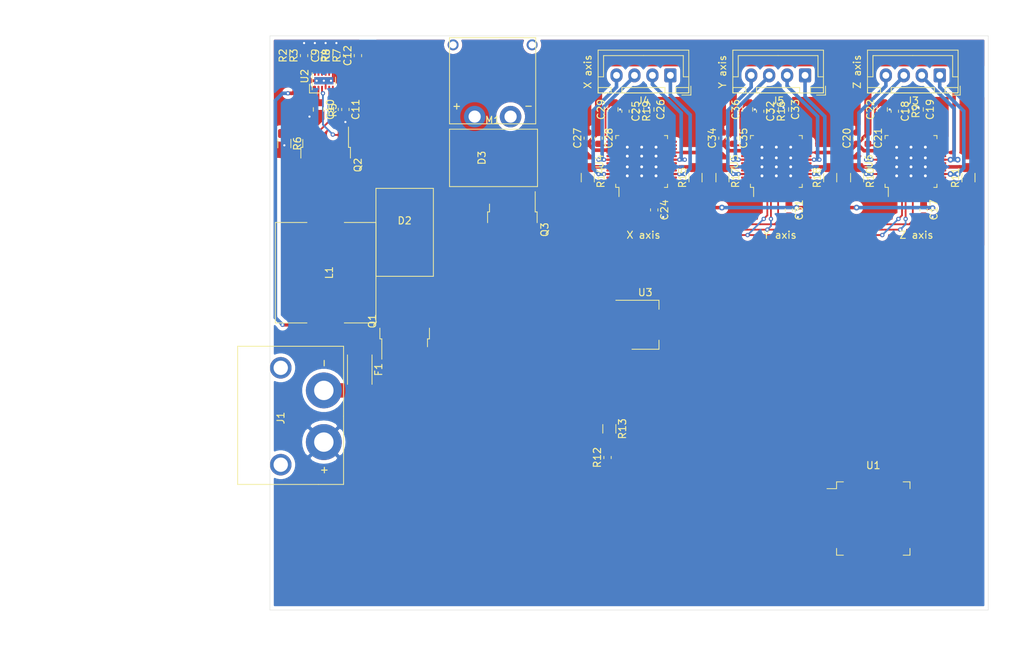
<source format=kicad_pcb>
(kicad_pcb (version 20171130) (host pcbnew "(5.1.4)-1")
  (layers (0 F.Cu signal) (31 B.Cu signal) (34 B.Paste user) (35 F.Paste user) (36 B.SilkS user) (37 F.SilkS user) (38 B.Mask user) (39 F.Mask user) (44 Edge.Cuts user))
  (net 0 "")
  (net 1 +24V)
  (net 2 "Net-(D2-Pad2)")
  (net 3 +3V3)
  (net 4 "Net-(U1-Pad2)")
  (net 5 "Net-(U1-Pad3)")
  (net 6 "Net-(U1-Pad4)")
  (net 7 "Net-(C1-Pad1)")
  (net 8 "Net-(C2-Pad1)")
  (net 9 "Net-(U1-Pad7)")
  (net 10 "Net-(U1-Pad8)")
  (net 11 "Net-(U1-Pad9)")
  (net 12 "Net-(U1-Pad10)")
  (net 13 "Net-(U1-Pad11)")
  (net 14 GNDA)
  (net 15 VDDA)
  (net 16 "Net-(U1-Pad14)")
  (net 17 "Net-(U1-Pad15)")
  (net 18 "Net-(U1-Pad16)")
  (net 19 "Net-(U1-Pad17)")
  (net 20 GND)
  (net 21 "Net-(U1-Pad20)")
  (net 22 "Net-(U1-Pad21)")
  (net 23 "Net-(U1-Pad22)")
  (net 24 "Net-(U1-Pad23)")
  (net 25 "Net-(U1-Pad24)")
  (net 26 "Net-(U1-Pad25)")
  (net 27 "Net-(U1-Pad26)")
  (net 28 "Net-(U1-Pad27)")
  (net 29 "Net-(U1-Pad28)")
  (net 30 "Net-(U1-Pad29)")
  (net 31 "Net-(U1-Pad30)")
  (net 32 "Net-(U1-Pad33)")
  (net 33 "Net-(U1-Pad34)")
  (net 34 "Net-(U1-Pad35)")
  (net 35 "Net-(U1-Pad36)")
  (net 36 "Net-(U1-Pad37)")
  (net 37 "Net-(U1-Pad38)")
  (net 38 "Net-(U1-Pad39)")
  (net 39 "Net-(U1-Pad40)")
  (net 40 "Net-(U1-Pad41)")
  (net 41 "Net-(U1-Pad42)")
  (net 42 "Net-(U1-Pad43)")
  (net 43 "Net-(U1-Pad44)")
  (net 44 "Net-(U1-Pad45)")
  (net 45 "Net-(U1-Pad46)")
  (net 46 "Net-(U1-Pad49)")
  (net 47 "Net-(U1-Pad50)")
  (net 48 "Net-(U1-Pad51)")
  (net 49 "Net-(U1-Pad52)")
  (net 50 "Net-(U1-Pad53)")
  (net 51 "Net-(U1-Pad54)")
  (net 52 "Net-(U1-Pad55)")
  (net 53 "Net-(U1-Pad56)")
  (net 54 "Net-(U1-Pad57)")
  (net 55 "Net-(U1-Pad58)")
  (net 56 "Net-(U1-Pad59)")
  (net 57 "Net-(U1-Pad60)")
  (net 58 "Net-(U1-Pad61)")
  (net 59 "Net-(U1-Pad62)")
  (net 60 +VDC)
  (net 61 "Net-(C10-Pad1)")
  (net 62 "Net-(Q2-Pad3)")
  (net 63 "Net-(R5-Pad1)")
  (net 64 "Net-(C12-Pad2)")
  (net 65 "Net-(C9-Pad1)")
  (net 66 "Net-(R4-Pad2)")
  (net 67 "Net-(U2-Pad11)")
  (net 68 "Net-(R2-Pad2)")
  (net 69 +5V)
  (net 70 "Net-(U4-Pad1)")
  (net 71 CS_X)
  (net 72 SCK)
  (net 73 SDI)
  (net 74 SDO)
  (net 75 "Net-(U4-Pad8)")
  (net 76 "Net-(U4-Pad9)")
  (net 77 "Net-(U4-Pad11)")
  (net 78 "Net-(U4-Pad12)")
  (net 79 "Net-(U4-Pad14)")
  (net 80 "Net-(U4-Pad16)")
  (net 81 "Net-(U4-Pad18)")
  (net 82 "Net-(U4-Pad20)")
  (net 83 "Net-(U4-Pad22)")
  (net 84 "Net-(U4-Pad23)")
  (net 85 "Net-(U4-Pad24)")
  (net 86 "Net-(U4-Pad25)")
  (net 87 "Net-(U4-Pad26)")
  (net 88 "Net-(U4-Pad27)")
  (net 89 "Net-(U4-Pad28)")
  (net 90 "Net-(U4-Pad30)")
  (net 91 "Net-(U4-Pad41)")
  (net 92 "Net-(U4-Pad43)")
  (net 93 "Net-(U4-Pad45)")
  (net 94 "Net-(U4-Pad47)")
  (net 95 "Net-(U5-Pad47)")
  (net 96 "Net-(U5-Pad45)")
  (net 97 "Net-(U5-Pad43)")
  (net 98 "Net-(U5-Pad41)")
  (net 99 "Net-(U5-Pad30)")
  (net 100 "Net-(U5-Pad28)")
  (net 101 "Net-(U5-Pad27)")
  (net 102 "Net-(U5-Pad26)")
  (net 103 "Net-(U5-Pad25)")
  (net 104 "Net-(U5-Pad24)")
  (net 105 "Net-(U5-Pad23)")
  (net 106 "Net-(U5-Pad22)")
  (net 107 "Net-(U5-Pad20)")
  (net 108 "Net-(U5-Pad18)")
  (net 109 "Net-(U5-Pad16)")
  (net 110 "Net-(U5-Pad14)")
  (net 111 "Net-(U5-Pad12)")
  (net 112 "Net-(U5-Pad11)")
  (net 113 "Net-(U5-Pad9)")
  (net 114 "Net-(U5-Pad8)")
  (net 115 CS_Y)
  (net 116 "Net-(U5-Pad1)")
  (net 117 "Net-(U6-Pad1)")
  (net 118 CS_Z)
  (net 119 "Net-(U6-Pad8)")
  (net 120 "Net-(U6-Pad9)")
  (net 121 "Net-(U6-Pad11)")
  (net 122 "Net-(U6-Pad12)")
  (net 123 "Net-(U6-Pad14)")
  (net 124 "Net-(J3-Pad1)")
  (net 125 "Net-(U6-Pad16)")
  (net 126 "Net-(R11-Pad2)")
  (net 127 "Net-(U6-Pad18)")
  (net 128 "Net-(J3-Pad2)")
  (net 129 "Net-(U6-Pad20)")
  (net 130 "Net-(U6-Pad22)")
  (net 131 "Net-(U6-Pad23)")
  (net 132 "Net-(U6-Pad24)")
  (net 133 "Net-(U6-Pad25)")
  (net 134 "Net-(U6-Pad26)")
  (net 135 "Net-(U6-Pad27)")
  (net 136 "Net-(U6-Pad28)")
  (net 137 "Net-(U6-Pad30)")
  (net 138 "Net-(C19-Pad2)")
  (net 139 "Net-(C18-Pad2)")
  (net 140 "Net-(C22-Pad1)")
  (net 141 "Net-(C22-Pad2)")
  (net 142 "Net-(C21-Pad2)")
  (net 143 "Net-(U6-Pad41)")
  (net 144 "Net-(J3-Pad3)")
  (net 145 "Net-(U6-Pad43)")
  (net 146 "Net-(R10-Pad1)")
  (net 147 "Net-(U6-Pad45)")
  (net 148 "Net-(J3-Pad4)")
  (net 149 "Net-(U6-Pad47)")
  (net 150 "Net-(F1-Pad2)")
  (net 151 "Net-(F1-Pad1)")
  (net 152 "Net-(D1-Pad2)")
  (net 153 "Net-(C25-Pad2)")
  (net 154 "Net-(C26-Pad2)")
  (net 155 "Net-(C28-Pad2)")
  (net 156 "Net-(C32-Pad2)")
  (net 157 "Net-(C33-Pad2)")
  (net 158 "Net-(C35-Pad2)")
  (net 159 "Net-(J4-Pad1)")
  (net 160 "Net-(J4-Pad2)")
  (net 161 "Net-(J4-Pad3)")
  (net 162 "Net-(J4-Pad4)")
  (net 163 "Net-(R14-Pad1)")
  (net 164 "Net-(R15-Pad2)")
  (net 165 "Net-(R17-Pad1)")
  (net 166 "Net-(R18-Pad2)")
  (net 167 "Net-(C29-Pad1)")
  (net 168 "Net-(C29-Pad2)")
  (net 169 "Net-(J5-Pad4)")
  (net 170 "Net-(J5-Pad3)")
  (net 171 "Net-(C36-Pad2)")
  (net 172 "Net-(C36-Pad1)")
  (net 173 "Net-(J5-Pad2)")
  (net 174 "Net-(J5-Pad1)")
  (net 175 "Net-(C11-Pad1)")
  (net 176 "Net-(Q2-Pad1)")
  (net 177 "Net-(D3-Pad2)")
  (net 178 SPINDLE_PWM)
  (net 179 "Net-(Q3-Pad2)")
  (module PrivateLib:XT30PW-M (layer F.Cu) (at 141 81.25)
    (fp_text reference M1 (at 0 0.5) (layer F.SilkS))
    (fp_text value Motor_DC)
    (fp_text user + (at -5 -1.5) (layer F.SilkS))
    (fp_text user _ (at 5 -2) (layer F.SilkS))
    (pad 2 thru_hole circle (at 2.5 0 90) (size 3 3) (drill 1.7) (layers *.Cu *.Mask) (net 177 "Net-(D3-Pad2)"))
    (pad "" thru_hole circle (at 5.5 -10) (size 1.524 1.524) (drill 1) (layers *.Cu *.Mask))
    (pad "" thru_hole circle (at -5.5 -10) (size 1.524 1.524) (drill 1) (layers *.Cu *.Mask))
    (pad 1 thru_hole circle (at -2.5 0) (size 3 3) (drill 1.7) (layers *.Cu *.Mask) (net 1 +24V))
  )
  (module Capacitor_SMD:C_0805_2012Metric (layer F.Cu) (at 195.25 80.25 90)
    (fp_text reference C22 (at 0 -1.65 90) (layer F.SilkS))
    (fp_text value 22nF63V)
    (pad 1 smd roundrect (at -0.9375 0 90) (size 0.975 1.4) (layers F.Cu F.Paste F.Mask) (net 140 "Net-(C22-Pad1)"))
    (pad 2 smd roundrect (at 0.9375 0 90) (size 0.975 1.4) (layers F.Cu F.Paste F.Mask) (net 141 "Net-(C22-Pad2)"))
  )
  (module PrivateLib:DPAK (layer F.Cu) (at 128.75 96.25 180)
    (fp_text reference D2 (at 0 0.5) (layer F.SilkS))
    (fp_text value D_Schottky)
    (pad 1 smd rect (at -2.3 3.45 180) (size 1.524 2.5) (layers F.Cu F.Paste F.Mask) (net 1 +24V))
    (pad 2 smd rect (at 0 -3.45 180) (size 7 7) (layers F.Cu F.Paste F.Mask) (net 2 "Net-(D2-Pad2)"))
    (pad 1 smd rect (at 2.3 3.45 180) (size 1.524 2.5) (layers F.Cu F.Paste F.Mask) (net 1 +24V))
  )
  (module Package_QFP:LQFP-64_10x10mm_P0.5mm (layer F.Cu) (at 194 137.25)
    (fp_text reference U1 (at 0 -7.4) (layer F.SilkS))
    (fp_text value STM32F103RCTx)
    (pad 1 smd roundrect (at -5.675 -3.75) (size 1.55 0.3) (layers F.Cu F.Paste F.Mask) (net 3 +3V3))
    (pad 2 smd roundrect (at -5.675 -3.25) (size 1.55 0.3) (layers F.Cu F.Paste F.Mask) (net 4 "Net-(U1-Pad2)"))
    (pad 3 smd roundrect (at -5.675 -2.75) (size 1.55 0.3) (layers F.Cu F.Paste F.Mask) (net 5 "Net-(U1-Pad3)"))
    (pad 4 smd roundrect (at -5.675 -2.25) (size 1.55 0.3) (layers F.Cu F.Paste F.Mask) (net 6 "Net-(U1-Pad4)"))
    (pad 5 smd roundrect (at -5.675 -1.75) (size 1.55 0.3) (layers F.Cu F.Paste F.Mask) (net 7 "Net-(C1-Pad1)"))
    (pad 6 smd roundrect (at -5.675 -1.25) (size 1.55 0.3) (layers F.Cu F.Paste F.Mask) (net 8 "Net-(C2-Pad1)"))
    (pad 7 smd roundrect (at -5.675 -0.75) (size 1.55 0.3) (layers F.Cu F.Paste F.Mask) (net 9 "Net-(U1-Pad7)"))
    (pad 8 smd roundrect (at -5.675 -0.25) (size 1.55 0.3) (layers F.Cu F.Paste F.Mask) (net 10 "Net-(U1-Pad8)"))
    (pad 9 smd roundrect (at -5.675 0.25) (size 1.55 0.3) (layers F.Cu F.Paste F.Mask) (net 11 "Net-(U1-Pad9)"))
    (pad 10 smd roundrect (at -5.675 0.75) (size 1.55 0.3) (layers F.Cu F.Paste F.Mask) (net 12 "Net-(U1-Pad10)"))
    (pad 11 smd roundrect (at -5.675 1.25) (size 1.55 0.3) (layers F.Cu F.Paste F.Mask) (net 13 "Net-(U1-Pad11)"))
    (pad 12 smd roundrect (at -5.675 1.75) (size 1.55 0.3) (layers F.Cu F.Paste F.Mask) (net 14 GNDA))
    (pad 13 smd roundrect (at -5.675 2.25) (size 1.55 0.3) (layers F.Cu F.Paste F.Mask) (net 15 VDDA))
    (pad 14 smd roundrect (at -5.675 2.75) (size 1.55 0.3) (layers F.Cu F.Paste F.Mask) (net 16 "Net-(U1-Pad14)"))
    (pad 15 smd roundrect (at -5.675 3.25) (size 1.55 0.3) (layers F.Cu F.Paste F.Mask) (net 17 "Net-(U1-Pad15)"))
    (pad 16 smd roundrect (at -5.675 3.75) (size 1.55 0.3) (layers F.Cu F.Paste F.Mask) (net 18 "Net-(U1-Pad16)"))
    (pad 17 smd roundrect (at -3.75 5.675) (size 0.3 1.55) (layers F.Cu F.Paste F.Mask) (net 19 "Net-(U1-Pad17)"))
    (pad 18 smd roundrect (at -3.25 5.675) (size 0.3 1.55) (layers F.Cu F.Paste F.Mask) (net 20 GND))
    (pad 19 smd roundrect (at -2.75 5.675) (size 0.3 1.55) (layers F.Cu F.Paste F.Mask) (net 3 +3V3))
    (pad 20 smd roundrect (at -2.25 5.675) (size 0.3 1.55) (layers F.Cu F.Paste F.Mask) (net 21 "Net-(U1-Pad20)"))
    (pad 21 smd roundrect (at -1.75 5.675) (size 0.3 1.55) (layers F.Cu F.Paste F.Mask) (net 22 "Net-(U1-Pad21)"))
    (pad 22 smd roundrect (at -1.25 5.675) (size 0.3 1.55) (layers F.Cu F.Paste F.Mask) (net 23 "Net-(U1-Pad22)"))
    (pad 23 smd roundrect (at -0.75 5.675) (size 0.3 1.55) (layers F.Cu F.Paste F.Mask) (net 24 "Net-(U1-Pad23)"))
    (pad 24 smd roundrect (at -0.25 5.675) (size 0.3 1.55) (layers F.Cu F.Paste F.Mask) (net 25 "Net-(U1-Pad24)"))
    (pad 25 smd roundrect (at 0.25 5.675) (size 0.3 1.55) (layers F.Cu F.Paste F.Mask) (net 26 "Net-(U1-Pad25)"))
    (pad 26 smd roundrect (at 0.75 5.675) (size 0.3 1.55) (layers F.Cu F.Paste F.Mask) (net 27 "Net-(U1-Pad26)"))
    (pad 27 smd roundrect (at 1.25 5.675) (size 0.3 1.55) (layers F.Cu F.Paste F.Mask) (net 28 "Net-(U1-Pad27)"))
    (pad 28 smd roundrect (at 1.75 5.675) (size 0.3 1.55) (layers F.Cu F.Paste F.Mask) (net 29 "Net-(U1-Pad28)"))
    (pad 29 smd roundrect (at 2.25 5.675) (size 0.3 1.55) (layers F.Cu F.Paste F.Mask) (net 30 "Net-(U1-Pad29)"))
    (pad 30 smd roundrect (at 2.75 5.675) (size 0.3 1.55) (layers F.Cu F.Paste F.Mask) (net 31 "Net-(U1-Pad30)"))
    (pad 31 smd roundrect (at 3.25 5.675) (size 0.3 1.55) (layers F.Cu F.Paste F.Mask) (net 20 GND))
    (pad 32 smd roundrect (at 3.75 5.675) (size 0.3 1.55) (layers F.Cu F.Paste F.Mask) (net 3 +3V3))
    (pad 33 smd roundrect (at 5.675 3.75) (size 1.55 0.3) (layers F.Cu F.Paste F.Mask) (net 32 "Net-(U1-Pad33)"))
    (pad 34 smd roundrect (at 5.675 3.25) (size 1.55 0.3) (layers F.Cu F.Paste F.Mask) (net 33 "Net-(U1-Pad34)"))
    (pad 35 smd roundrect (at 5.675 2.75) (size 1.55 0.3) (layers F.Cu F.Paste F.Mask) (net 34 "Net-(U1-Pad35)"))
    (pad 36 smd roundrect (at 5.675 2.25) (size 1.55 0.3) (layers F.Cu F.Paste F.Mask) (net 35 "Net-(U1-Pad36)"))
    (pad 37 smd roundrect (at 5.675 1.75) (size 1.55 0.3) (layers F.Cu F.Paste F.Mask) (net 36 "Net-(U1-Pad37)"))
    (pad 38 smd roundrect (at 5.675 1.25) (size 1.55 0.3) (layers F.Cu F.Paste F.Mask) (net 37 "Net-(U1-Pad38)"))
    (pad 39 smd roundrect (at 5.675 0.75) (size 1.55 0.3) (layers F.Cu F.Paste F.Mask) (net 38 "Net-(U1-Pad39)"))
    (pad 40 smd roundrect (at 5.675 0.25) (size 1.55 0.3) (layers F.Cu F.Paste F.Mask) (net 39 "Net-(U1-Pad40)"))
    (pad 41 smd roundrect (at 5.675 -0.25) (size 1.55 0.3) (layers F.Cu F.Paste F.Mask) (net 40 "Net-(U1-Pad41)"))
    (pad 42 smd roundrect (at 5.675 -0.75) (size 1.55 0.3) (layers F.Cu F.Paste F.Mask) (net 41 "Net-(U1-Pad42)"))
    (pad 43 smd roundrect (at 5.675 -1.25) (size 1.55 0.3) (layers F.Cu F.Paste F.Mask) (net 42 "Net-(U1-Pad43)"))
    (pad 44 smd roundrect (at 5.675 -1.75) (size 1.55 0.3) (layers F.Cu F.Paste F.Mask) (net 43 "Net-(U1-Pad44)"))
    (pad 45 smd roundrect (at 5.675 -2.25) (size 1.55 0.3) (layers F.Cu F.Paste F.Mask) (net 44 "Net-(U1-Pad45)"))
    (pad 46 smd roundrect (at 5.675 -2.75) (size 1.55 0.3) (layers F.Cu F.Paste F.Mask) (net 45 "Net-(U1-Pad46)"))
    (pad 47 smd roundrect (at 5.675 -3.25) (size 1.55 0.3) (layers F.Cu F.Paste F.Mask) (net 20 GND))
    (pad 48 smd roundrect (at 5.675 -3.75) (size 1.55 0.3) (layers F.Cu F.Paste F.Mask) (net 3 +3V3))
    (pad 49 smd roundrect (at 3.75 -5.675) (size 0.3 1.55) (layers F.Cu F.Paste F.Mask) (net 46 "Net-(U1-Pad49)"))
    (pad 50 smd roundrect (at 3.25 -5.675) (size 0.3 1.55) (layers F.Cu F.Paste F.Mask) (net 47 "Net-(U1-Pad50)"))
    (pad 51 smd roundrect (at 2.75 -5.675) (size 0.3 1.55) (layers F.Cu F.Paste F.Mask) (net 48 "Net-(U1-Pad51)"))
    (pad 52 smd roundrect (at 2.25 -5.675) (size 0.3 1.55) (layers F.Cu F.Paste F.Mask) (net 49 "Net-(U1-Pad52)"))
    (pad 53 smd roundrect (at 1.75 -5.675) (size 0.3 1.55) (layers F.Cu F.Paste F.Mask) (net 50 "Net-(U1-Pad53)"))
    (pad 54 smd roundrect (at 1.25 -5.675) (size 0.3 1.55) (layers F.Cu F.Paste F.Mask) (net 51 "Net-(U1-Pad54)"))
    (pad 55 smd roundrect (at 0.75 -5.675) (size 0.3 1.55) (layers F.Cu F.Paste F.Mask) (net 52 "Net-(U1-Pad55)"))
    (pad 56 smd roundrect (at 0.25 -5.675) (size 0.3 1.55) (layers F.Cu F.Paste F.Mask) (net 53 "Net-(U1-Pad56)"))
    (pad 57 smd roundrect (at -0.25 -5.675) (size 0.3 1.55) (layers F.Cu F.Paste F.Mask) (net 54 "Net-(U1-Pad57)"))
    (pad 58 smd roundrect (at -0.75 -5.675) (size 0.3 1.55) (layers F.Cu F.Paste F.Mask) (net 55 "Net-(U1-Pad58)"))
    (pad 59 smd roundrect (at -1.25 -5.675) (size 0.3 1.55) (layers F.Cu F.Paste F.Mask) (net 56 "Net-(U1-Pad59)"))
    (pad 60 smd roundrect (at -1.75 -5.675) (size 0.3 1.55) (layers F.Cu F.Paste F.Mask) (net 57 "Net-(U1-Pad60)"))
    (pad 61 smd roundrect (at -2.25 -5.675) (size 0.3 1.55) (layers F.Cu F.Paste F.Mask) (net 58 "Net-(U1-Pad61)"))
    (pad 62 smd roundrect (at -2.75 -5.675) (size 0.3 1.55) (layers F.Cu F.Paste F.Mask) (net 59 "Net-(U1-Pad62)"))
    (pad 63 smd roundrect (at -3.25 -5.675) (size 0.3 1.55) (layers F.Cu F.Paste F.Mask) (net 20 GND))
    (pad 64 smd roundrect (at -3.75 -5.675) (size 0.3 1.55) (layers F.Cu F.Paste F.Mask) (net 3 +3V3))
  )
  (module Package_SON:WSON-12-1EP_3x2mm_P0.5mm_EP1x2.65_ThermalVias (layer F.Cu) (at 117.5 76.25 90)
    (fp_text reference U2 (at 0.635 -2.667 90) (layer F.SilkS))
    (fp_text value LM5155)
    (pad 1 smd rect (at -0.95 -1.25 90) (size 0.5 0.25) (layers F.Cu F.Paste F.Mask) (net 60 +VDC))
    (pad 2 smd rect (at -0.95 -0.75 90) (size 0.5 0.25) (layers F.Cu F.Paste F.Mask) (net 61 "Net-(C10-Pad1)"))
    (pad 3 smd rect (at -0.95 -0.25 90) (size 0.5 0.25) (layers F.Cu F.Paste F.Mask) (net 176 "Net-(Q2-Pad1)"))
    (pad 4 smd rect (at -0.95 0.25 90) (size 0.5 0.25) (layers F.Cu F.Paste F.Mask) (net 20 GND))
    (pad 5 smd rect (at -0.95 0.75 90) (size 0.5 0.25) (layers F.Cu F.Paste F.Mask) (net 62 "Net-(Q2-Pad3)"))
    (pad 6 smd rect (at -0.95 1.25 90) (size 0.5 0.25) (layers F.Cu F.Paste F.Mask) (net 63 "Net-(R5-Pad1)"))
    (pad 7 smd rect (at 0.95 1.25 90) (size 0.5 0.25) (layers F.Cu F.Paste F.Mask) (net 20 GND))
    (pad 8 smd rect (at 0.95 0.75 90) (size 0.5 0.25) (layers F.Cu F.Paste F.Mask) (net 64 "Net-(C12-Pad2)"))
    (pad 9 smd rect (at 0.95 0.25 90) (size 0.5 0.25) (layers F.Cu F.Paste F.Mask) (net 65 "Net-(C9-Pad1)"))
    (pad 10 smd rect (at 0.95 -0.25 90) (size 0.5 0.25) (layers F.Cu F.Paste F.Mask) (net 66 "Net-(R4-Pad2)"))
    (pad 11 smd rect (at 0.95 -0.75 90) (size 0.5 0.25) (layers F.Cu F.Paste F.Mask) (net 67 "Net-(U2-Pad11)"))
    (pad 12 smd rect (at 0.95 -1.25 90) (size 0.5 0.25) (layers F.Cu F.Paste F.Mask) (net 68 "Net-(R2-Pad2)"))
    (pad 13 thru_hole circle (at 0 0 90) (size 0.6 0.6) (drill 0.3) (layers *.Cu) (net 20 GND))
    (pad 13 thru_hole circle (at 0 -1 180) (size 0.6 0.6) (drill 0.3) (layers *.Cu) (net 20 GND))
    (pad 13 thru_hole circle (at 0 1 90) (size 0.6 0.6) (drill 0.3) (layers *.Cu) (net 20 GND))
    (pad 13 smd rect (at 0 0 90) (size 1 2.65) (layers B.Cu) (net 20 GND))
    (pad 13 smd rect (at 0 0 90) (size 1 2.65) (layers F.Cu F.Mask) (net 20 GND))
  )
  (module Package_TO_SOT_SMD:SOT-223-3_TabPin2 (layer F.Cu) (at 162.25 110.25)
    (fp_text reference U3 (at 0 -4.5) (layer F.SilkS))
    (fp_text value AMS1117-3.3)
    (pad 2 smd rect (at 3.15 0) (size 2 3.8) (layers F.Cu F.Paste F.Mask) (net 3 +3V3))
    (pad 2 smd rect (at -3.15 0) (size 2 1.5) (layers F.Cu F.Paste F.Mask) (net 3 +3V3))
    (pad 3 smd rect (at -3.15 2.3) (size 2 1.5) (layers F.Cu F.Paste F.Mask) (net 69 +5V))
    (pad 1 smd rect (at -3.15 -2.3) (size 2 1.5) (layers F.Cu F.Paste F.Mask) (net 20 GND))
  )
  (module Package_QFP:TQFP-48-1EP_7x7mm_P0.5mm_EP5x5mm (layer F.Cu) (at 199.25 87.5 90)
    (fp_text reference U6 (at 0 -5.85 90) (layer F.SilkS))
    (fp_text value TMC2130-TA)
    (pad 49 smd roundrect (at 0 0 90) (size 5 5) (layers F.Cu F.Mask) (roundrect_rratio 0.05) (net 20 GND))
    (pad 1 smd roundrect (at -4.1625 -2.75 90) (size 1.475 0.3) (layers F.Cu F.Paste F.Mask) (net 117 "Net-(U6-Pad1)"))
    (pad 2 smd roundrect (at -4.1625 -2.25 90) (size 1.475 0.3) (layers F.Cu F.Paste F.Mask) (net 20 GND))
    (pad 3 smd roundrect (at -4.1625 -1.75 90) (size 1.475 0.3) (layers F.Cu F.Paste F.Mask) (net 118 CS_Z))
    (pad 4 smd roundrect (at -4.1625 -1.25 90) (size 1.475 0.3) (layers F.Cu F.Paste F.Mask) (net 72 SCK))
    (pad 5 smd roundrect (at -4.1625 -0.75 90) (size 1.475 0.3) (layers F.Cu F.Paste F.Mask) (net 73 SDI))
    (pad 6 smd roundrect (at -4.1625 -0.25 90) (size 1.475 0.3) (layers F.Cu F.Paste F.Mask) (net 20 GND))
    (pad 7 smd roundrect (at -4.1625 0.25 90) (size 1.475 0.3) (layers F.Cu F.Paste F.Mask) (net 74 SDO))
    (pad 8 smd roundrect (at -4.1625 0.75 90) (size 1.475 0.3) (layers F.Cu F.Paste F.Mask) (net 119 "Net-(U6-Pad8)"))
    (pad 9 smd roundrect (at -4.1625 1.25 90) (size 1.475 0.3) (layers F.Cu F.Paste F.Mask) (net 120 "Net-(U6-Pad9)"))
    (pad 10 smd roundrect (at -4.1625 1.75 90) (size 1.475 0.3) (layers F.Cu F.Paste F.Mask) (net 3 +3V3))
    (pad 11 smd roundrect (at -4.1625 2.25 90) (size 1.475 0.3) (layers F.Cu F.Paste F.Mask) (net 121 "Net-(U6-Pad11)"))
    (pad 12 smd roundrect (at -4.1625 2.75 90) (size 1.475 0.3) (layers F.Cu F.Paste F.Mask) (net 122 "Net-(U6-Pad12)"))
    (pad 13 smd roundrect (at -2.75 4.1625 90) (size 0.3 1.475) (layers F.Cu F.Paste F.Mask) (net 20 GND))
    (pad 14 smd roundrect (at -2.25 4.1625 90) (size 0.3 1.475) (layers F.Cu F.Paste F.Mask) (net 123 "Net-(U6-Pad14)"))
    (pad 15 smd roundrect (at -1.75 4.1625 90) (size 0.3 1.475) (layers F.Cu F.Paste F.Mask) (net 124 "Net-(J3-Pad1)"))
    (pad 16 smd roundrect (at -1.25 4.1625 90) (size 0.3 1.475) (layers F.Cu F.Paste F.Mask) (net 125 "Net-(U6-Pad16)"))
    (pad 17 smd roundrect (at -0.75 4.1625 90) (size 0.3 1.475) (layers F.Cu F.Paste F.Mask) (net 126 "Net-(R11-Pad2)"))
    (pad 18 smd roundrect (at -0.25 4.1625 90) (size 0.3 1.475) (layers F.Cu F.Paste F.Mask) (net 127 "Net-(U6-Pad18)"))
    (pad 19 smd roundrect (at 0.25 4.1625 90) (size 0.3 1.475) (layers F.Cu F.Paste F.Mask) (net 128 "Net-(J3-Pad2)"))
    (pad 20 smd roundrect (at 0.75 4.1625 90) (size 0.3 1.475) (layers F.Cu F.Paste F.Mask) (net 129 "Net-(U6-Pad20)"))
    (pad 21 smd roundrect (at 1.25 4.1625 90) (size 0.3 1.475) (layers F.Cu F.Paste F.Mask) (net 1 +24V))
    (pad 22 smd roundrect (at 1.75 4.1625 90) (size 0.3 1.475) (layers F.Cu F.Paste F.Mask) (net 130 "Net-(U6-Pad22)"))
    (pad 23 smd roundrect (at 2.25 4.1625 90) (size 0.3 1.475) (layers F.Cu F.Paste F.Mask) (net 131 "Net-(U6-Pad23)"))
    (pad 24 smd roundrect (at 2.75 4.1625 90) (size 0.3 1.475) (layers F.Cu F.Paste F.Mask) (net 132 "Net-(U6-Pad24)"))
    (pad 25 smd roundrect (at 4.1625 2.75 90) (size 1.475 0.3) (layers F.Cu F.Paste F.Mask) (net 133 "Net-(U6-Pad25)"))
    (pad 26 smd roundrect (at 4.1625 2.25 90) (size 1.475 0.3) (layers F.Cu F.Paste F.Mask) (net 134 "Net-(U6-Pad26)"))
    (pad 27 smd roundrect (at 4.1625 1.75 90) (size 1.475 0.3) (layers F.Cu F.Paste F.Mask) (net 135 "Net-(U6-Pad27)"))
    (pad 28 smd roundrect (at 4.1625 1.25 90) (size 1.475 0.3) (layers F.Cu F.Paste F.Mask) (net 136 "Net-(U6-Pad28)"))
    (pad 29 smd roundrect (at 4.1625 0.75 90) (size 1.475 0.3) (layers F.Cu F.Paste F.Mask) (net 20 GND))
    (pad 30 smd roundrect (at 4.1625 0.25 90) (size 1.475 0.3) (layers F.Cu F.Paste F.Mask) (net 137 "Net-(U6-Pad30)"))
    (pad 31 smd roundrect (at 4.1625 -0.25 90) (size 1.475 0.3) (layers F.Cu F.Paste F.Mask) (net 20 GND))
    (pad 32 smd roundrect (at 4.1625 -0.75 90) (size 1.475 0.3) (layers F.Cu F.Paste F.Mask) (net 20 GND))
    (pad 33 smd roundrect (at 4.1625 -1.25 90) (size 1.475 0.3) (layers F.Cu F.Paste F.Mask) (net 138 "Net-(C19-Pad2)"))
    (pad 34 smd roundrect (at 4.1625 -1.75 90) (size 1.475 0.3) (layers F.Cu F.Paste F.Mask) (net 139 "Net-(C18-Pad2)"))
    (pad 35 smd roundrect (at 4.1625 -2.25 90) (size 1.475 0.3) (layers F.Cu F.Paste F.Mask) (net 140 "Net-(C22-Pad1)"))
    (pad 36 smd roundrect (at 4.1625 -2.75 90) (size 1.475 0.3) (layers F.Cu F.Paste F.Mask) (net 20 GND))
    (pad 37 smd roundrect (at 2.75 -4.1625 90) (size 0.3 1.475) (layers F.Cu F.Paste F.Mask) (net 141 "Net-(C22-Pad2)"))
    (pad 38 smd roundrect (at 2.25 -4.1625 90) (size 0.3 1.475) (layers F.Cu F.Paste F.Mask) (net 142 "Net-(C21-Pad2)"))
    (pad 39 smd roundrect (at 1.75 -4.1625 90) (size 0.3 1.475) (layers F.Cu F.Paste F.Mask) (net 1 +24V))
    (pad 40 smd roundrect (at 1.25 -4.1625 90) (size 0.3 1.475) (layers F.Cu F.Paste F.Mask) (net 1 +24V))
    (pad 41 smd roundrect (at 0.75 -4.1625 90) (size 0.3 1.475) (layers F.Cu F.Paste F.Mask) (net 143 "Net-(U6-Pad41)"))
    (pad 42 smd roundrect (at 0.25 -4.1625 90) (size 0.3 1.475) (layers F.Cu F.Paste F.Mask) (net 144 "Net-(J3-Pad3)"))
    (pad 43 smd roundrect (at -0.25 -4.1625 90) (size 0.3 1.475) (layers F.Cu F.Paste F.Mask) (net 145 "Net-(U6-Pad43)"))
    (pad 44 smd roundrect (at -0.75 -4.1625 90) (size 0.3 1.475) (layers F.Cu F.Paste F.Mask) (net 146 "Net-(R10-Pad1)"))
    (pad 45 smd roundrect (at -1.25 -4.1625 90) (size 0.3 1.475) (layers F.Cu F.Paste F.Mask) (net 147 "Net-(U6-Pad45)"))
    (pad 46 smd roundrect (at -1.75 -4.1625 90) (size 0.3 1.475) (layers F.Cu F.Paste F.Mask) (net 148 "Net-(J3-Pad4)"))
    (pad 47 smd roundrect (at -2.25 -4.1625 90) (size 0.3 1.475) (layers F.Cu F.Paste F.Mask) (net 149 "Net-(U6-Pad47)"))
    (pad 48 smd roundrect (at -2.75 -4.1625 90) (size 0.3 1.475) (layers F.Cu F.Paste F.Mask) (net 20 GND))
  )
  (module PrivateLib:XT60PW-F (layer F.Cu) (at 117.5 123 90)
    (fp_text reference J1 (at -0.25 -6 90) (layer F.SilkS))
    (fp_text value Conn_01x02_Male)
    (fp_text user + (at -7.5 0 90) (layer F.SilkS))
    (fp_text user _ (at 7.4 -0.5 90) (layer F.SilkS))
    (pad 1 thru_hole circle (at -3.6 0 90) (size 5 5) (drill 2.7) (layers *.Cu *.Mask) (net 20 GND))
    (pad 2 thru_hole circle (at 3.6 0 90) (size 5 5) (drill 2.7) (layers *.Cu *.Mask) (net 150 "Net-(F1-Pad2)"))
    (pad "" thru_hole circle (at -6.75 -6 90) (size 3 3) (drill 2) (layers *.Cu *.Mask))
    (pad "" thru_hole circle (at 6.75 -6 90) (size 3 3) (drill 2) (layers *.Cu *.Mask))
  )
  (module Fuse:Fuse_2512_6332Metric (layer F.Cu) (at 122.5 116.5 270)
    (fp_text reference F1 (at 0 -2.62 90) (layer F.SilkS))
    (fp_text value 15A)
    (pad 1 smd roundrect (at -2.9 0 270) (size 1.35 3.35) (layers F.Cu F.Paste F.Mask) (roundrect_rratio 0.185185) (net 151 "Net-(F1-Pad1)"))
    (pad 2 smd roundrect (at 2.9 0 270) (size 1.35 3.35) (layers F.Cu F.Paste F.Mask) (roundrect_rratio 0.185185) (net 150 "Net-(F1-Pad2)"))
  )
  (module Package_TO_SOT_SMD:TO-252-2 (layer F.Cu) (at 128.75 109.75 90)
    (fp_text reference Q1 (at 0 -4.5 90) (layer F.SilkS))
    (fp_text value Q_PMOS_DSG)
    (pad 1 smd rect (at -4.2 -2.28 90) (size 2.2 1.2) (layers F.Cu F.Paste F.Mask) (net 151 "Net-(F1-Pad1)"))
    (pad 3 smd rect (at -4.2 2.28 90) (size 2.2 1.2) (layers F.Cu F.Paste F.Mask) (net 152 "Net-(D1-Pad2)"))
    (pad 2 smd rect (at 2.1 0 90) (size 6.4 5.8) (layers F.Cu F.Mask) (net 60 +VDC))
  )
  (module Connector_JST:JST_XH_B4B-XH-A_1x04_P2.50mm_Vertical (layer F.Cu) (at 203.25 75.5 180)
    (fp_text reference J3 (at 3.75 -3.55) (layer F.SilkS))
    (fp_text value ZAXIS)
    (pad 1 thru_hole roundrect (at 0 0 180) (size 1.7 1.95) (drill 0.95) (layers *.Cu *.Mask) (roundrect_rratio 0.147059) (net 124 "Net-(J3-Pad1)"))
    (pad 2 thru_hole oval (at 2.5 0 180) (size 1.7 1.95) (drill 0.95) (layers *.Cu *.Mask) (net 128 "Net-(J3-Pad2)"))
    (pad 3 thru_hole oval (at 5 0 180) (size 1.7 1.95) (drill 0.95) (layers *.Cu *.Mask) (net 144 "Net-(J3-Pad3)"))
    (pad 4 thru_hole oval (at 7.5 0 180) (size 1.7 1.95) (drill 0.95) (layers *.Cu *.Mask) (net 148 "Net-(J3-Pad4)"))
  )
  (module Resistor_SMD:R_1206_3216Metric (layer F.Cu) (at 191.75 89.75 270)
    (fp_text reference R10 (at 0 -1.82 90) (layer F.SilkS))
    (fp_text value 0.5W1206)
    (pad 1 smd roundrect (at -1.4 0 270) (size 1.25 1.75) (layers F.Cu F.Paste F.Mask) (roundrect_rratio 0.2) (net 146 "Net-(R10-Pad1)"))
    (pad 2 smd roundrect (at 1.4 0 270) (size 1.25 1.75) (layers F.Cu F.Paste F.Mask) (roundrect_rratio 0.2) (net 20 GND))
  )
  (module Resistor_SMD:R_1206_3216Metric (layer F.Cu) (at 207.25 89.75 90)
    (fp_text reference R11 (at 0 -1.82 90) (layer F.SilkS))
    (fp_text value 0.5W1206)
    (pad 2 smd roundrect (at 1.4 0 90) (size 1.25 1.75) (layers F.Cu F.Paste F.Mask) (roundrect_rratio 0.2) (net 126 "Net-(R11-Pad2)"))
    (pad 1 smd roundrect (at -1.4 0 90) (size 1.25 1.75) (layers F.Cu F.Paste F.Mask) (roundrect_rratio 0.2) (net 20 GND))
  )
  (module Capacitor_SMD:C_0603_1608Metric (layer F.Cu) (at 201 94.25 270)
    (fp_text reference C17 (at 0 -1.43 90) (layer F.SilkS))
    (fp_text value 100nF)
    (pad 2 smd roundrect (at 0.7875 0 270) (size 0.875 0.95) (layers F.Cu F.Paste F.Mask) (net 20 GND))
    (pad 1 smd roundrect (at -0.7875 0 270) (size 0.875 0.95) (layers F.Cu F.Paste F.Mask) (net 3 +3V3))
  )
  (module Capacitor_SMD:C_0603_1608Metric (layer F.Cu) (at 197 80.5 270)
    (fp_text reference C18 (at 0 -1.43 90) (layer F.SilkS))
    (fp_text value 470nF)
    (pad 1 smd roundrect (at -0.7875 0 270) (size 0.875 0.95) (layers F.Cu F.Paste F.Mask) (net 20 GND))
    (pad 2 smd roundrect (at 0.7875 0 270) (size 0.875 0.95) (layers F.Cu F.Paste F.Mask) (net 139 "Net-(C18-Pad2)"))
  )
  (module Capacitor_SMD:C_0805_2012Metric (layer F.Cu) (at 200.25 80.25 270)
    (fp_text reference C19 (at 0 -1.65 90) (layer F.SilkS))
    (fp_text value 4.7µF)
    (pad 2 smd roundrect (at 0.9375 0 270) (size 0.975 1.4) (layers F.Cu F.Paste F.Mask) (net 138 "Net-(C19-Pad2)"))
    (pad 1 smd roundrect (at -0.9375 0 270) (size 0.975 1.4) (layers F.Cu F.Paste F.Mask) (net 20 GND))
  )
  (module Capacitor_SMD:C_0603_1608Metric (layer F.Cu) (at 191.75 84.25 90)
    (fp_text reference C20 (at 0 -1.43 90) (layer F.SilkS))
    (fp_text value 100nF)
    (pad 2 smd roundrect (at 0.7875 0 90) (size 0.875 0.95) (layers F.Cu F.Paste F.Mask) (net 20 GND))
    (pad 1 smd roundrect (at -0.7875 0 90) (size 0.875 0.95) (layers F.Cu F.Paste F.Mask) (net 1 +24V))
  )
  (module Capacitor_SMD:C_0603_1608Metric (layer F.Cu) (at 193.25 84.25 270)
    (fp_text reference C21 (at 0 -1.43 90) (layer F.SilkS))
    (fp_text value 100nF)
    (pad 1 smd roundrect (at -0.7875 0 270) (size 0.875 0.95) (layers F.Cu F.Paste F.Mask) (net 1 +24V))
    (pad 2 smd roundrect (at 0.7875 0 270) (size 0.875 0.95) (layers F.Cu F.Paste F.Mask) (net 142 "Net-(C21-Pad2)"))
  )
  (module Resistor_SMD:R_0603_1608Metric (layer F.Cu) (at 198.5 80.5 270)
    (fp_text reference R9 (at 0 -1.43 90) (layer F.SilkS))
    (fp_text value 2R2)
    (pad 1 smd roundrect (at -0.7875 0 270) (size 0.875 0.95) (layers F.Cu F.Paste F.Mask) (net 139 "Net-(C18-Pad2)"))
    (pad 2 smd roundrect (at 0.7875 0 270) (size 0.875 0.95) (layers F.Cu F.Paste F.Mask) (net 138 "Net-(C19-Pad2)"))
  )
  (module Capacitor_SMD:C_0603_1608Metric (layer F.Cu) (at 163.5 94.25 270)
    (fp_text reference C24 (at 0 -1.43 90) (layer F.SilkS))
    (fp_text value 100nF)
    (pad 2 smd roundrect (at 0.7875 0 270) (size 0.875 0.95) (layers F.Cu F.Paste F.Mask) (net 20 GND))
    (pad 1 smd roundrect (at -0.7875 0 270) (size 0.875 0.95) (layers F.Cu F.Paste F.Mask) (net 3 +3V3))
  )
  (module Capacitor_SMD:C_0603_1608Metric (layer F.Cu) (at 159.5 80.5 270)
    (fp_text reference C25 (at 0 -1.43 90) (layer F.SilkS))
    (fp_text value 470nF)
    (pad 1 smd roundrect (at -0.7875 0 270) (size 0.875 0.95) (layers F.Cu F.Paste F.Mask) (net 20 GND))
    (pad 2 smd roundrect (at 0.7875 0 270) (size 0.875 0.95) (layers F.Cu F.Paste F.Mask) (net 153 "Net-(C25-Pad2)"))
  )
  (module Capacitor_SMD:C_0805_2012Metric (layer F.Cu) (at 162.75 80.25 270)
    (fp_text reference C26 (at 0 -1.65 90) (layer F.SilkS))
    (fp_text value 4.7µF)
    (pad 1 smd roundrect (at -0.9375 0 270) (size 0.975 1.4) (layers F.Cu F.Paste F.Mask) (net 20 GND))
    (pad 2 smd roundrect (at 0.9375 0 270) (size 0.975 1.4) (layers F.Cu F.Paste F.Mask) (net 154 "Net-(C26-Pad2)"))
  )
  (module Capacitor_SMD:C_0603_1608Metric (layer F.Cu) (at 154.25 84.25 90)
    (fp_text reference C27 (at 0 -1.43 90) (layer F.SilkS))
    (fp_text value 100nF)
    (pad 1 smd roundrect (at -0.7875 0 90) (size 0.875 0.95) (layers F.Cu F.Paste F.Mask) (net 1 +24V))
    (pad 2 smd roundrect (at 0.7875 0 90) (size 0.875 0.95) (layers F.Cu F.Paste F.Mask) (net 20 GND))
  )
  (module Capacitor_SMD:C_0603_1608Metric (layer F.Cu) (at 155.75 84.25 270)
    (fp_text reference C28 (at 0 -1.43 90) (layer F.SilkS))
    (fp_text value 100nF)
    (pad 2 smd roundrect (at 0.7875 0 270) (size 0.875 0.95) (layers F.Cu F.Paste F.Mask) (net 155 "Net-(C28-Pad2)"))
    (pad 1 smd roundrect (at -0.7875 0 270) (size 0.875 0.95) (layers F.Cu F.Paste F.Mask) (net 1 +24V))
  )
  (module Capacitor_SMD:C_0603_1608Metric (layer F.Cu) (at 182.25 94.25 270)
    (fp_text reference C31 (at 0 -1.43 90) (layer F.SilkS))
    (fp_text value 100nF)
    (pad 2 smd roundrect (at 0.7875 0 270) (size 0.875 0.95) (layers F.Cu F.Paste F.Mask) (net 20 GND))
    (pad 1 smd roundrect (at -0.7875 0 270) (size 0.875 0.95) (layers F.Cu F.Paste F.Mask) (net 3 +3V3))
  )
  (module Capacitor_SMD:C_0603_1608Metric (layer F.Cu) (at 178.25 80.5 270)
    (fp_text reference C32 (at 0 -1.43 90) (layer F.SilkS))
    (fp_text value 470nF)
    (pad 1 smd roundrect (at -0.7875 0 270) (size 0.875 0.95) (layers F.Cu F.Paste F.Mask) (net 20 GND))
    (pad 2 smd roundrect (at 0.7875 0 270) (size 0.875 0.95) (layers F.Cu F.Paste F.Mask) (net 156 "Net-(C32-Pad2)"))
  )
  (module Capacitor_SMD:C_0805_2012Metric (layer F.Cu) (at 181.5 80.25 270)
    (fp_text reference C33 (at 0 -1.65 90) (layer F.SilkS))
    (fp_text value 4.7µF)
    (pad 2 smd roundrect (at 0.9375 0 270) (size 0.975 1.4) (layers F.Cu F.Paste F.Mask) (net 157 "Net-(C33-Pad2)"))
    (pad 1 smd roundrect (at -0.9375 0 270) (size 0.975 1.4) (layers F.Cu F.Paste F.Mask) (net 20 GND))
  )
  (module Capacitor_SMD:C_0603_1608Metric (layer F.Cu) (at 173 84.25 90)
    (fp_text reference C34 (at 0 -1.43 90) (layer F.SilkS))
    (fp_text value 100nF)
    (pad 2 smd roundrect (at 0.7875 0 90) (size 0.875 0.95) (layers F.Cu F.Paste F.Mask) (net 20 GND))
    (pad 1 smd roundrect (at -0.7875 0 90) (size 0.875 0.95) (layers F.Cu F.Paste F.Mask) (net 1 +24V))
  )
  (module Capacitor_SMD:C_0603_1608Metric (layer F.Cu) (at 174.5 84.25 270)
    (fp_text reference C35 (at 0 -1.43 90) (layer F.SilkS))
    (fp_text value 100nF)
    (pad 1 smd roundrect (at -0.7875 0 270) (size 0.875 0.95) (layers F.Cu F.Paste F.Mask) (net 1 +24V))
    (pad 2 smd roundrect (at 0.7875 0 270) (size 0.875 0.95) (layers F.Cu F.Paste F.Mask) (net 158 "Net-(C35-Pad2)"))
  )
  (module Connector_JST:JST_XH_B4B-XH-A_1x04_P2.50mm_Vertical (layer F.Cu) (at 165.75 75.5 180)
    (fp_text reference J4 (at 3.75 -3.55) (layer F.SilkS))
    (fp_text value XAXIS)
    (pad 1 thru_hole roundrect (at 0 0 180) (size 1.7 1.95) (drill 0.95) (layers *.Cu *.Mask) (roundrect_rratio 0.147059) (net 159 "Net-(J4-Pad1)"))
    (pad 2 thru_hole oval (at 2.5 0 180) (size 1.7 1.95) (drill 0.95) (layers *.Cu *.Mask) (net 160 "Net-(J4-Pad2)"))
    (pad 3 thru_hole oval (at 5 0 180) (size 1.7 1.95) (drill 0.95) (layers *.Cu *.Mask) (net 161 "Net-(J4-Pad3)"))
    (pad 4 thru_hole oval (at 7.5 0 180) (size 1.7 1.95) (drill 0.95) (layers *.Cu *.Mask) (net 162 "Net-(J4-Pad4)"))
  )
  (module Resistor_SMD:R_1206_3216Metric (layer F.Cu) (at 154.25 89.75 270)
    (fp_text reference R14 (at 0 -1.82 90) (layer F.SilkS))
    (fp_text value 0.5W1206)
    (pad 2 smd roundrect (at 1.4 0 270) (size 1.25 1.75) (layers F.Cu F.Paste F.Mask) (roundrect_rratio 0.2) (net 20 GND))
    (pad 1 smd roundrect (at -1.4 0 270) (size 1.25 1.75) (layers F.Cu F.Paste F.Mask) (roundrect_rratio 0.2) (net 163 "Net-(R14-Pad1)"))
  )
  (module Resistor_SMD:R_1206_3216Metric (layer F.Cu) (at 169.25 89.75 90)
    (fp_text reference R15 (at 0 -1.82 90) (layer F.SilkS))
    (fp_text value 0.5W1206)
    (pad 1 smd roundrect (at -1.4 0 90) (size 1.25 1.75) (layers F.Cu F.Paste F.Mask) (roundrect_rratio 0.2) (net 20 GND))
    (pad 2 smd roundrect (at 1.4 0 90) (size 1.25 1.75) (layers F.Cu F.Paste F.Mask) (roundrect_rratio 0.2) (net 164 "Net-(R15-Pad2)"))
  )
  (module Resistor_SMD:R_0603_1608Metric (layer F.Cu) (at 179.75 80.5 270)
    (fp_text reference R16 (at 0 -1.43 90) (layer F.SilkS))
    (fp_text value 2R2)
    (pad 1 smd roundrect (at -0.7875 0 270) (size 0.875 0.95) (layers F.Cu F.Paste F.Mask) (net 156 "Net-(C32-Pad2)"))
    (pad 2 smd roundrect (at 0.7875 0 270) (size 0.875 0.95) (layers F.Cu F.Paste F.Mask) (net 157 "Net-(C33-Pad2)"))
  )
  (module Resistor_SMD:R_1206_3216Metric (layer F.Cu) (at 173 89.75 270)
    (fp_text reference R17 (at 0 -1.82 90) (layer F.SilkS))
    (fp_text value 0.5W1206)
    (pad 1 smd roundrect (at -1.4 0 270) (size 1.25 1.75) (layers F.Cu F.Paste F.Mask) (roundrect_rratio 0.2) (net 165 "Net-(R17-Pad1)"))
    (pad 2 smd roundrect (at 1.4 0 270) (size 1.25 1.75) (layers F.Cu F.Paste F.Mask) (roundrect_rratio 0.2) (net 20 GND))
  )
  (module Resistor_SMD:R_1206_3216Metric (layer F.Cu) (at 188 89.75 90)
    (fp_text reference R18 (at 0 -1.82 90) (layer F.SilkS))
    (fp_text value 0.5W1206)
    (pad 2 smd roundrect (at 1.4 0 90) (size 1.25 1.75) (layers F.Cu F.Paste F.Mask) (roundrect_rratio 0.2) (net 166 "Net-(R18-Pad2)"))
    (pad 1 smd roundrect (at -1.4 0 90) (size 1.25 1.75) (layers F.Cu F.Paste F.Mask) (roundrect_rratio 0.2) (net 20 GND))
  )
  (module Package_QFP:TQFP-48-1EP_7x7mm_P0.5mm_EP5x5mm (layer F.Cu) (at 161.75 87.5 90)
    (fp_text reference U4 (at 0 -5.85 90) (layer F.SilkS))
    (fp_text value TMC2130-TA)
    (pad 49 smd roundrect (at 0 0 90) (size 5 5) (layers F.Cu F.Mask) (roundrect_rratio 0.05) (net 20 GND))
    (pad 1 smd roundrect (at -4.1625 -2.75 90) (size 1.475 0.3) (layers F.Cu F.Paste F.Mask) (net 70 "Net-(U4-Pad1)"))
    (pad 2 smd roundrect (at -4.1625 -2.25 90) (size 1.475 0.3) (layers F.Cu F.Paste F.Mask) (net 20 GND))
    (pad 3 smd roundrect (at -4.1625 -1.75 90) (size 1.475 0.3) (layers F.Cu F.Paste F.Mask) (net 71 CS_X))
    (pad 4 smd roundrect (at -4.1625 -1.25 90) (size 1.475 0.3) (layers F.Cu F.Paste F.Mask) (net 72 SCK))
    (pad 5 smd roundrect (at -4.1625 -0.75 90) (size 1.475 0.3) (layers F.Cu F.Paste F.Mask) (net 73 SDI))
    (pad 6 smd roundrect (at -4.1625 -0.25 90) (size 1.475 0.3) (layers F.Cu F.Paste F.Mask) (net 20 GND))
    (pad 7 smd roundrect (at -4.1625 0.25 90) (size 1.475 0.3) (layers F.Cu F.Paste F.Mask) (net 74 SDO))
    (pad 8 smd roundrect (at -4.1625 0.75 90) (size 1.475 0.3) (layers F.Cu F.Paste F.Mask) (net 75 "Net-(U4-Pad8)"))
    (pad 9 smd roundrect (at -4.1625 1.25 90) (size 1.475 0.3) (layers F.Cu F.Paste F.Mask) (net 76 "Net-(U4-Pad9)"))
    (pad 10 smd roundrect (at -4.1625 1.75 90) (size 1.475 0.3) (layers F.Cu F.Paste F.Mask) (net 3 +3V3))
    (pad 11 smd roundrect (at -4.1625 2.25 90) (size 1.475 0.3) (layers F.Cu F.Paste F.Mask) (net 77 "Net-(U4-Pad11)"))
    (pad 12 smd roundrect (at -4.1625 2.75 90) (size 1.475 0.3) (layers F.Cu F.Paste F.Mask) (net 78 "Net-(U4-Pad12)"))
    (pad 13 smd roundrect (at -2.75 4.1625 90) (size 0.3 1.475) (layers F.Cu F.Paste F.Mask) (net 20 GND))
    (pad 14 smd roundrect (at -2.25 4.1625 90) (size 0.3 1.475) (layers F.Cu F.Paste F.Mask) (net 79 "Net-(U4-Pad14)"))
    (pad 15 smd roundrect (at -1.75 4.1625 90) (size 0.3 1.475) (layers F.Cu F.Paste F.Mask) (net 159 "Net-(J4-Pad1)"))
    (pad 16 smd roundrect (at -1.25 4.1625 90) (size 0.3 1.475) (layers F.Cu F.Paste F.Mask) (net 80 "Net-(U4-Pad16)"))
    (pad 17 smd roundrect (at -0.75 4.1625 90) (size 0.3 1.475) (layers F.Cu F.Paste F.Mask) (net 164 "Net-(R15-Pad2)"))
    (pad 18 smd roundrect (at -0.25 4.1625 90) (size 0.3 1.475) (layers F.Cu F.Paste F.Mask) (net 81 "Net-(U4-Pad18)"))
    (pad 19 smd roundrect (at 0.25 4.1625 90) (size 0.3 1.475) (layers F.Cu F.Paste F.Mask) (net 160 "Net-(J4-Pad2)"))
    (pad 20 smd roundrect (at 0.75 4.1625 90) (size 0.3 1.475) (layers F.Cu F.Paste F.Mask) (net 82 "Net-(U4-Pad20)"))
    (pad 21 smd roundrect (at 1.25 4.1625 90) (size 0.3 1.475) (layers F.Cu F.Paste F.Mask) (net 1 +24V))
    (pad 22 smd roundrect (at 1.75 4.1625 90) (size 0.3 1.475) (layers F.Cu F.Paste F.Mask) (net 83 "Net-(U4-Pad22)"))
    (pad 23 smd roundrect (at 2.25 4.1625 90) (size 0.3 1.475) (layers F.Cu F.Paste F.Mask) (net 84 "Net-(U4-Pad23)"))
    (pad 24 smd roundrect (at 2.75 4.1625 90) (size 0.3 1.475) (layers F.Cu F.Paste F.Mask) (net 85 "Net-(U4-Pad24)"))
    (pad 25 smd roundrect (at 4.1625 2.75 90) (size 1.475 0.3) (layers F.Cu F.Paste F.Mask) (net 86 "Net-(U4-Pad25)"))
    (pad 26 smd roundrect (at 4.1625 2.25 90) (size 1.475 0.3) (layers F.Cu F.Paste F.Mask) (net 87 "Net-(U4-Pad26)"))
    (pad 27 smd roundrect (at 4.1625 1.75 90) (size 1.475 0.3) (layers F.Cu F.Paste F.Mask) (net 88 "Net-(U4-Pad27)"))
    (pad 28 smd roundrect (at 4.1625 1.25 90) (size 1.475 0.3) (layers F.Cu F.Paste F.Mask) (net 89 "Net-(U4-Pad28)"))
    (pad 29 smd roundrect (at 4.1625 0.75 90) (size 1.475 0.3) (layers F.Cu F.Paste F.Mask) (net 20 GND))
    (pad 30 smd roundrect (at 4.1625 0.25 90) (size 1.475 0.3) (layers F.Cu F.Paste F.Mask) (net 90 "Net-(U4-Pad30)"))
    (pad 31 smd roundrect (at 4.1625 -0.25 90) (size 1.475 0.3) (layers F.Cu F.Paste F.Mask) (net 20 GND))
    (pad 32 smd roundrect (at 4.1625 -0.75 90) (size 1.475 0.3) (layers F.Cu F.Paste F.Mask) (net 20 GND))
    (pad 33 smd roundrect (at 4.1625 -1.25 90) (size 1.475 0.3) (layers F.Cu F.Paste F.Mask) (net 154 "Net-(C26-Pad2)"))
    (pad 34 smd roundrect (at 4.1625 -1.75 90) (size 1.475 0.3) (layers F.Cu F.Paste F.Mask) (net 153 "Net-(C25-Pad2)"))
    (pad 35 smd roundrect (at 4.1625 -2.25 90) (size 1.475 0.3) (layers F.Cu F.Paste F.Mask) (net 167 "Net-(C29-Pad1)"))
    (pad 36 smd roundrect (at 4.1625 -2.75 90) (size 1.475 0.3) (layers F.Cu F.Paste F.Mask) (net 20 GND))
    (pad 37 smd roundrect (at 2.75 -4.1625 90) (size 0.3 1.475) (layers F.Cu F.Paste F.Mask) (net 168 "Net-(C29-Pad2)"))
    (pad 38 smd roundrect (at 2.25 -4.1625 90) (size 0.3 1.475) (layers F.Cu F.Paste F.Mask) (net 155 "Net-(C28-Pad2)"))
    (pad 39 smd roundrect (at 1.75 -4.1625 90) (size 0.3 1.475) (layers F.Cu F.Paste F.Mask) (net 1 +24V))
    (pad 40 smd roundrect (at 1.25 -4.1625 90) (size 0.3 1.475) (layers F.Cu F.Paste F.Mask) (net 1 +24V))
    (pad 41 smd roundrect (at 0.75 -4.1625 90) (size 0.3 1.475) (layers F.Cu F.Paste F.Mask) (net 91 "Net-(U4-Pad41)"))
    (pad 42 smd roundrect (at 0.25 -4.1625 90) (size 0.3 1.475) (layers F.Cu F.Paste F.Mask) (net 161 "Net-(J4-Pad3)"))
    (pad 43 smd roundrect (at -0.25 -4.1625 90) (size 0.3 1.475) (layers F.Cu F.Paste F.Mask) (net 92 "Net-(U4-Pad43)"))
    (pad 44 smd roundrect (at -0.75 -4.1625 90) (size 0.3 1.475) (layers F.Cu F.Paste F.Mask) (net 163 "Net-(R14-Pad1)"))
    (pad 45 smd roundrect (at -1.25 -4.1625 90) (size 0.3 1.475) (layers F.Cu F.Paste F.Mask) (net 93 "Net-(U4-Pad45)"))
    (pad 46 smd roundrect (at -1.75 -4.1625 90) (size 0.3 1.475) (layers F.Cu F.Paste F.Mask) (net 162 "Net-(J4-Pad4)"))
    (pad 47 smd roundrect (at -2.25 -4.1625 90) (size 0.3 1.475) (layers F.Cu F.Paste F.Mask) (net 94 "Net-(U4-Pad47)"))
    (pad 48 smd roundrect (at -2.75 -4.1625 90) (size 0.3 1.475) (layers F.Cu F.Paste F.Mask) (net 20 GND))
  )
  (module Package_QFP:TQFP-48-1EP_7x7mm_P0.5mm_EP5x5mm (layer F.Cu) (at 180.5 87.5 90)
    (fp_text reference U5 (at 0 -5.85 90) (layer F.SilkS))
    (fp_text value TMC2130-TA)
    (pad 48 smd roundrect (at -2.75 -4.1625 90) (size 0.3 1.475) (layers F.Cu F.Paste F.Mask) (net 20 GND))
    (pad 47 smd roundrect (at -2.25 -4.1625 90) (size 0.3 1.475) (layers F.Cu F.Paste F.Mask) (net 95 "Net-(U5-Pad47)"))
    (pad 46 smd roundrect (at -1.75 -4.1625 90) (size 0.3 1.475) (layers F.Cu F.Paste F.Mask) (net 169 "Net-(J5-Pad4)"))
    (pad 45 smd roundrect (at -1.25 -4.1625 90) (size 0.3 1.475) (layers F.Cu F.Paste F.Mask) (net 96 "Net-(U5-Pad45)"))
    (pad 44 smd roundrect (at -0.75 -4.1625 90) (size 0.3 1.475) (layers F.Cu F.Paste F.Mask) (net 165 "Net-(R17-Pad1)"))
    (pad 43 smd roundrect (at -0.25 -4.1625 90) (size 0.3 1.475) (layers F.Cu F.Paste F.Mask) (net 97 "Net-(U5-Pad43)"))
    (pad 42 smd roundrect (at 0.25 -4.1625 90) (size 0.3 1.475) (layers F.Cu F.Paste F.Mask) (net 170 "Net-(J5-Pad3)"))
    (pad 41 smd roundrect (at 0.75 -4.1625 90) (size 0.3 1.475) (layers F.Cu F.Paste F.Mask) (net 98 "Net-(U5-Pad41)"))
    (pad 40 smd roundrect (at 1.25 -4.1625 90) (size 0.3 1.475) (layers F.Cu F.Paste F.Mask) (net 1 +24V))
    (pad 39 smd roundrect (at 1.75 -4.1625 90) (size 0.3 1.475) (layers F.Cu F.Paste F.Mask) (net 1 +24V))
    (pad 38 smd roundrect (at 2.25 -4.1625 90) (size 0.3 1.475) (layers F.Cu F.Paste F.Mask) (net 158 "Net-(C35-Pad2)"))
    (pad 37 smd roundrect (at 2.75 -4.1625 90) (size 0.3 1.475) (layers F.Cu F.Paste F.Mask) (net 171 "Net-(C36-Pad2)"))
    (pad 36 smd roundrect (at 4.1625 -2.75 90) (size 1.475 0.3) (layers F.Cu F.Paste F.Mask) (net 20 GND))
    (pad 35 smd roundrect (at 4.1625 -2.25 90) (size 1.475 0.3) (layers F.Cu F.Paste F.Mask) (net 172 "Net-(C36-Pad1)"))
    (pad 34 smd roundrect (at 4.1625 -1.75 90) (size 1.475 0.3) (layers F.Cu F.Paste F.Mask) (net 156 "Net-(C32-Pad2)"))
    (pad 33 smd roundrect (at 4.1625 -1.25 90) (size 1.475 0.3) (layers F.Cu F.Paste F.Mask) (net 157 "Net-(C33-Pad2)"))
    (pad 32 smd roundrect (at 4.1625 -0.75 90) (size 1.475 0.3) (layers F.Cu F.Paste F.Mask) (net 20 GND))
    (pad 31 smd roundrect (at 4.1625 -0.25 90) (size 1.475 0.3) (layers F.Cu F.Paste F.Mask) (net 20 GND))
    (pad 30 smd roundrect (at 4.1625 0.25 90) (size 1.475 0.3) (layers F.Cu F.Paste F.Mask) (net 99 "Net-(U5-Pad30)"))
    (pad 29 smd roundrect (at 4.1625 0.75 90) (size 1.475 0.3) (layers F.Cu F.Paste F.Mask) (net 20 GND))
    (pad 28 smd roundrect (at 4.1625 1.25 90) (size 1.475 0.3) (layers F.Cu F.Paste F.Mask) (net 100 "Net-(U5-Pad28)"))
    (pad 27 smd roundrect (at 4.1625 1.75 90) (size 1.475 0.3) (layers F.Cu F.Paste F.Mask) (net 101 "Net-(U5-Pad27)"))
    (pad 26 smd roundrect (at 4.1625 2.25 90) (size 1.475 0.3) (layers F.Cu F.Paste F.Mask) (net 102 "Net-(U5-Pad26)"))
    (pad 25 smd roundrect (at 4.1625 2.75 90) (size 1.475 0.3) (layers F.Cu F.Paste F.Mask) (net 103 "Net-(U5-Pad25)"))
    (pad 24 smd roundrect (at 2.75 4.1625 90) (size 0.3 1.475) (layers F.Cu F.Paste F.Mask) (net 104 "Net-(U5-Pad24)"))
    (pad 23 smd roundrect (at 2.25 4.1625 90) (size 0.3 1.475) (layers F.Cu F.Paste F.Mask) (net 105 "Net-(U5-Pad23)"))
    (pad 22 smd roundrect (at 1.75 4.1625 90) (size 0.3 1.475) (layers F.Cu F.Paste F.Mask) (net 106 "Net-(U5-Pad22)"))
    (pad 21 smd roundrect (at 1.25 4.1625 90) (size 0.3 1.475) (layers F.Cu F.Paste F.Mask) (net 1 +24V))
    (pad 20 smd roundrect (at 0.75 4.1625 90) (size 0.3 1.475) (layers F.Cu F.Paste F.Mask) (net 107 "Net-(U5-Pad20)"))
    (pad 19 smd roundrect (at 0.25 4.1625 90) (size 0.3 1.475) (layers F.Cu F.Paste F.Mask) (net 173 "Net-(J5-Pad2)"))
    (pad 18 smd roundrect (at -0.25 4.1625 90) (size 0.3 1.475) (layers F.Cu F.Paste F.Mask) (net 108 "Net-(U5-Pad18)"))
    (pad 17 smd roundrect (at -0.75 4.1625 90) (size 0.3 1.475) (layers F.Cu F.Paste F.Mask) (net 166 "Net-(R18-Pad2)"))
    (pad 16 smd roundrect (at -1.25 4.1625 90) (size 0.3 1.475) (layers F.Cu F.Paste F.Mask) (net 109 "Net-(U5-Pad16)"))
    (pad 15 smd roundrect (at -1.75 4.1625 90) (size 0.3 1.475) (layers F.Cu F.Paste F.Mask) (net 174 "Net-(J5-Pad1)"))
    (pad 14 smd roundrect (at -2.25 4.1625 90) (size 0.3 1.475) (layers F.Cu F.Paste F.Mask) (net 110 "Net-(U5-Pad14)"))
    (pad 13 smd roundrect (at -2.75 4.1625 90) (size 0.3 1.475) (layers F.Cu F.Paste F.Mask) (net 20 GND))
    (pad 12 smd roundrect (at -4.1625 2.75 90) (size 1.475 0.3) (layers F.Cu F.Paste F.Mask) (net 111 "Net-(U5-Pad12)"))
    (pad 11 smd roundrect (at -4.1625 2.25 90) (size 1.475 0.3) (layers F.Cu F.Paste F.Mask) (net 112 "Net-(U5-Pad11)"))
    (pad 10 smd roundrect (at -4.1625 1.75 90) (size 1.475 0.3) (layers F.Cu F.Paste F.Mask) (net 3 +3V3))
    (pad 9 smd roundrect (at -4.1625 1.25 90) (size 1.475 0.3) (layers F.Cu F.Paste F.Mask) (net 113 "Net-(U5-Pad9)"))
    (pad 8 smd roundrect (at -4.1625 0.75 90) (size 1.475 0.3) (layers F.Cu F.Paste F.Mask) (net 114 "Net-(U5-Pad8)"))
    (pad 7 smd roundrect (at -4.1625 0.25 90) (size 1.475 0.3) (layers F.Cu F.Paste F.Mask) (net 74 SDO))
    (pad 6 smd roundrect (at -4.1625 -0.25 90) (size 1.475 0.3) (layers F.Cu F.Paste F.Mask) (net 20 GND))
    (pad 5 smd roundrect (at -4.1625 -0.75 90) (size 1.475 0.3) (layers F.Cu F.Paste F.Mask) (net 73 SDI))
    (pad 4 smd roundrect (at -4.1625 -1.25 90) (size 1.475 0.3) (layers F.Cu F.Paste F.Mask) (net 72 SCK))
    (pad 3 smd roundrect (at -4.1625 -1.75 90) (size 1.475 0.3) (layers F.Cu F.Paste F.Mask) (net 115 CS_Y))
    (pad 2 smd roundrect (at -4.1625 -2.25 90) (size 1.475 0.3) (layers F.Cu F.Paste F.Mask) (net 20 GND))
    (pad 1 smd roundrect (at -4.1625 -2.75 90) (size 1.475 0.3) (layers F.Cu F.Paste F.Mask) (net 116 "Net-(U5-Pad1)"))
    (pad 49 smd roundrect (at 0 0 90) (size 5 5) (layers F.Cu F.Mask) (roundrect_rratio 0.05) (net 20 GND))
  )
  (module Connector_JST:JST_XH_B4B-XH-A_1x04_P2.50mm_Vertical (layer F.Cu) (at 184.5 75.5 180)
    (fp_text reference J5 (at 3.75 -3.55) (layer F.SilkS))
    (fp_text value YAXIS)
    (pad 1 thru_hole roundrect (at 0 0 180) (size 1.7 1.95) (drill 0.95) (layers *.Cu *.Mask) (roundrect_rratio 0.147059) (net 174 "Net-(J5-Pad1)"))
    (pad 2 thru_hole oval (at 2.5 0 180) (size 1.7 1.95) (drill 0.95) (layers *.Cu *.Mask) (net 173 "Net-(J5-Pad2)"))
    (pad 3 thru_hole oval (at 5 0 180) (size 1.7 1.95) (drill 0.95) (layers *.Cu *.Mask) (net 170 "Net-(J5-Pad3)"))
    (pad 4 thru_hole oval (at 7.5 0 180) (size 1.7 1.95) (drill 0.95) (layers *.Cu *.Mask) (net 169 "Net-(J5-Pad4)"))
  )
  (module Capacitor_SMD:C_0805_2012Metric (layer F.Cu) (at 157.75 80.25 90)
    (fp_text reference C29 (at 0 -1.65 90) (layer F.SilkS))
    (fp_text value 22nF63V)
    (pad 2 smd roundrect (at 0.9375 0 90) (size 0.975 1.4) (layers F.Cu F.Paste F.Mask) (net 168 "Net-(C29-Pad2)"))
    (pad 1 smd roundrect (at -0.9375 0 90) (size 0.975 1.4) (layers F.Cu F.Paste F.Mask) (net 167 "Net-(C29-Pad1)"))
  )
  (module Capacitor_SMD:C_0805_2012Metric (layer F.Cu) (at 176.5 80.25 90)
    (fp_text reference C36 (at 0 -1.65 90) (layer F.SilkS))
    (fp_text value 22nF63V)
    (pad 1 smd roundrect (at -0.9375 0 90) (size 0.975 1.4) (layers F.Cu F.Paste F.Mask) (net 172 "Net-(C36-Pad1)"))
    (pad 2 smd roundrect (at 0.9375 0 90) (size 0.975 1.4) (layers F.Cu F.Paste F.Mask) (net 171 "Net-(C36-Pad2)"))
  )
  (module Resistor_SMD:R_0603_1608Metric (layer F.Cu) (at 161 80.5 270)
    (fp_text reference R19 (at 0 -1.43 90) (layer F.SilkS))
    (fp_text value 2R2)
    (pad 1 smd roundrect (at -0.7875 0 270) (size 0.875 0.95) (layers F.Cu F.Paste F.Mask) (net 153 "Net-(C25-Pad2)"))
    (pad 2 smd roundrect (at 0.7875 0 270) (size 0.875 0.95) (layers F.Cu F.Paste F.Mask) (net 154 "Net-(C26-Pad2)"))
  )
  (module Capacitor_SMD:C_0603_1608Metric (layer F.Cu) (at 117.75 72.75 90)
    (fp_text reference C9 (at 0 -1.43 90) (layer F.SilkS))
    (fp_text value F)
    (pad 2 smd roundrect (at 0.7875 0 90) (size 0.875 0.95) (layers F.Cu F.Paste F.Mask) (net 20 GND))
    (pad 1 smd roundrect (at -0.7875 0 90) (size 0.875 0.95) (layers F.Cu F.Paste F.Mask) (net 65 "Net-(C9-Pad1)"))
  )
  (module Capacitor_SMD:C_0805_2012Metric (layer F.Cu) (at 116.75 80.25 270)
    (fp_text reference C10 (at 0 -1.65 90) (layer F.SilkS))
    (fp_text value 4.7µF)
    (pad 1 smd roundrect (at -0.9375 0 270) (size 0.975 1.4) (layers F.Cu F.Paste F.Mask) (net 61 "Net-(C10-Pad1)"))
    (pad 2 smd roundrect (at 0.9375 0 270) (size 0.975 1.4) (layers F.Cu F.Paste F.Mask) (net 20 GND))
  )
  (module Capacitor_SMD:C_0603_1608Metric (layer F.Cu) (at 120.5 80.25 270)
    (fp_text reference C11 (at 0 -1.43 90) (layer F.SilkS))
    (fp_text value F)
    (pad 1 smd roundrect (at -0.7875 0 270) (size 0.875 0.95) (layers F.Cu F.Paste F.Mask) (net 175 "Net-(C11-Pad1)"))
    (pad 2 smd roundrect (at 0.7875 0 270) (size 0.875 0.95) (layers F.Cu F.Paste F.Mask) (net 20 GND))
  )
  (module Capacitor_SMD:C_0603_1608Metric (layer F.Cu) (at 122.25 72.75 90)
    (fp_text reference C12 (at 0 -1.43 90) (layer F.SilkS))
    (fp_text value F)
    (pad 1 smd roundrect (at -0.7875 0 90) (size 0.875 0.95) (layers F.Cu F.Paste F.Mask) (net 1 +24V))
    (pad 2 smd roundrect (at 0.7875 0 90) (size 0.875 0.95) (layers F.Cu F.Paste F.Mask) (net 64 "Net-(C12-Pad2)"))
  )
  (module Resistor_SMD:R_0603_1608Metric (layer F.Cu) (at 113.25 72.75 90)
    (fp_text reference R2 (at 0 -1.43 90) (layer F.SilkS))
    (fp_text value R)
    (pad 2 smd roundrect (at 0.7875 0 90) (size 0.875 0.95) (layers F.Cu F.Paste F.Mask) (net 68 "Net-(R2-Pad2)"))
    (pad 1 smd roundrect (at -0.7875 0 90) (size 0.875 0.95) (layers F.Cu F.Paste F.Mask) (net 60 +VDC))
  )
  (module Resistor_SMD:R_0603_1608Metric (layer F.Cu) (at 114.75 72.75 90)
    (fp_text reference R3 (at 0 -1.43 90) (layer F.SilkS))
    (fp_text value R)
    (pad 1 smd roundrect (at -0.7875 0 90) (size 0.875 0.95) (layers F.Cu F.Paste F.Mask) (net 68 "Net-(R2-Pad2)"))
    (pad 2 smd roundrect (at 0.7875 0 90) (size 0.875 0.95) (layers F.Cu F.Paste F.Mask) (net 20 GND))
  )
  (module Resistor_SMD:R_0603_1608Metric (layer F.Cu) (at 116.25 72.75 270)
    (fp_text reference R4 (at 0 -1.43 90) (layer F.SilkS))
    (fp_text value 10k)
    (pad 2 smd roundrect (at 0.7875 0 270) (size 0.875 0.95) (layers F.Cu F.Paste F.Mask) (net 66 "Net-(R4-Pad2)"))
    (pad 1 smd roundrect (at -0.7875 0 270) (size 0.875 0.95) (layers F.Cu F.Paste F.Mask) (net 20 GND))
  )
  (module Resistor_SMD:R_0603_1608Metric (layer F.Cu) (at 119 80.25 270)
    (fp_text reference R5 (at 0.114999 0.244999 90) (layer F.SilkS))
    (fp_text value R)
    (pad 1 smd roundrect (at -0.7875 0 270) (size 0.875 0.95) (layers F.Cu F.Paste F.Mask) (net 63 "Net-(R5-Pad1)"))
    (pad 2 smd roundrect (at 0.7875 0 270) (size 0.875 0.95) (layers F.Cu F.Paste F.Mask) (net 175 "Net-(C11-Pad1)"))
  )
  (module Resistor_SMD:R_1206_3216Metric (layer F.Cu) (at 112 85 270)
    (fp_text reference R6 (at 0 -1.82 90) (layer F.SilkS))
    (fp_text value 0.01R)
    (pad 1 smd roundrect (at -1.4 0 270) (size 1.25 1.75) (layers F.Cu F.Paste F.Mask) (roundrect_rratio 0.2) (net 62 "Net-(Q2-Pad3)"))
    (pad 2 smd roundrect (at 1.4 0 270) (size 1.25 1.75) (layers F.Cu F.Paste F.Mask) (roundrect_rratio 0.2) (net 20 GND))
  )
  (module Resistor_SMD:R_0603_1608Metric (layer F.Cu) (at 120.75 72.75 90)
    (fp_text reference R7 (at 0 -1.43 90) (layer F.SilkS))
    (fp_text value R)
    (pad 2 smd roundrect (at 0.7875 0 90) (size 0.875 0.95) (layers F.Cu F.Paste F.Mask) (net 64 "Net-(C12-Pad2)"))
    (pad 1 smd roundrect (at -0.7875 0 90) (size 0.875 0.95) (layers F.Cu F.Paste F.Mask) (net 1 +24V))
  )
  (module Resistor_SMD:R_0603_1608Metric (layer F.Cu) (at 119.25 72.75 90)
    (fp_text reference R8 (at 0 -1.43 90) (layer F.SilkS))
    (fp_text value R)
    (pad 1 smd roundrect (at -0.7875 0 90) (size 0.875 0.95) (layers F.Cu F.Paste F.Mask) (net 64 "Net-(C12-Pad2)"))
    (pad 2 smd roundrect (at 0.7875 0 90) (size 0.875 0.95) (layers F.Cu F.Paste F.Mask) (net 20 GND))
  )
  (module PrivateLib:SRP1265A (layer F.Cu) (at 117.75 103 90)
    (fp_text reference L1 (at 0 0.5 90) (layer F.SilkS))
    (fp_text value 2.2µF)
    (pad 1 smd rect (at -7.1 0 90) (size 3.1 5) (layers F.Cu F.Paste F.Mask) (net 60 +VDC))
    (pad 2 smd rect (at 7.1 0 90) (size 3.1 5) (layers F.Cu F.Paste F.Mask) (net 2 "Net-(D2-Pad2)"))
  )
  (module Package_TO_SOT_SMD:TO-252-2 (layer F.Cu) (at 117.75 88 270)
    (fp_text reference Q2 (at 0 -4.5 90) (layer F.SilkS))
    (fp_text value Q_NMOS_GDS)
    (pad 1 smd rect (at -4.2 -2.28 270) (size 2.2 1.2) (layers F.Cu F.Paste F.Mask) (net 176 "Net-(Q2-Pad1)"))
    (pad 3 smd rect (at -4.2 2.28 270) (size 2.2 1.2) (layers F.Cu F.Paste F.Mask) (net 62 "Net-(Q2-Pad3)"))
    (pad 2 smd rect (at 2.1 0 270) (size 6.4 5.8) (layers F.Cu F.Mask) (net 2 "Net-(D2-Pad2)"))
  )
  (module PrivateLib:DPAK (layer F.Cu) (at 140 87 270)
    (fp_text reference D3 (at 0 0.5 90) (layer F.SilkS))
    (fp_text value D)
    (pad 1 smd rect (at -2.3 3.45 270) (size 1.524 2.5) (layers F.Cu F.Paste F.Mask) (net 1 +24V))
    (pad 2 smd rect (at 0 -3.45 270) (size 7 7) (layers F.Cu F.Paste F.Mask) (net 177 "Net-(D3-Pad2)"))
    (pad 1 smd rect (at 2.3 3.45 270) (size 1.524 2.5) (layers F.Cu F.Paste F.Mask) (net 1 +24V))
  )
  (module Package_TO_SOT_SMD:TO-252-2 (layer F.Cu) (at 143.75 97 270)
    (fp_text reference Q3 (at 0 -4.5 90) (layer F.SilkS))
    (fp_text value Q_NMOS_DSG)
    (pad 1 smd rect (at -4.2 -2.28 270) (size 2.2 1.2) (layers F.Cu F.Paste F.Mask) (net 177 "Net-(D3-Pad2)"))
    (pad 3 smd rect (at -4.2 2.28 270) (size 2.2 1.2) (layers F.Cu F.Paste F.Mask) (net 178 SPINDLE_PWM))
    (pad 2 smd rect (at 2.1 0 270) (size 6.4 5.8) (layers F.Cu F.Mask) (net 179 "Net-(Q3-Pad2)"))
  )
  (module Resistor_SMD:R_0603_1608Metric (layer F.Cu) (at 157 128.75 90)
    (fp_text reference R12 (at 0 -1.43 90) (layer F.SilkS))
    (fp_text value 10k)
    (pad 1 smd roundrect (at -0.7875 0 90) (size 0.875 0.95) (layers F.Cu F.Paste F.Mask) (net 20 GND))
    (pad 2 smd roundrect (at 0.7875 0 90) (size 0.875 0.95) (layers F.Cu F.Paste F.Mask) (net 178 SPINDLE_PWM))
  )
  (module Resistor_SMD:R_1206_3216Metric (layer F.Cu) (at 157.25 124.75 270)
    (fp_text reference R13 (at 0 -1.82 90) (layer F.SilkS))
    (fp_text value 0.01R)
    (pad 1 smd roundrect (at -1.4 0 270) (size 1.25 1.75) (layers F.Cu F.Paste F.Mask) (roundrect_rratio 0.2) (net 20 GND))
    (pad 2 smd roundrect (at 1.4 0 270) (size 1.25 1.75) (layers F.Cu F.Paste F.Mask) (roundrect_rratio 0.2) (net 179 "Net-(Q3-Pad2)"))
  )
  (gr_text "Z axis" (at 191.75 75 90) (layer F.SilkS) (effects (font (size 1 1))))
  (gr_text "Y axis" (at 173 75 90) (layer F.SilkS) (effects (font (size 1 1))))
  (gr_text "X axis" (at 154.25 75 90) (layer F.SilkS) (effects (font (size 1 1))))
  (gr_text "Z axis" (at 200 97.75) (layer F.SilkS) (effects (font (size 1 1))))
  (gr_text "Y axis" (at 181 97.75) (layer F.SilkS) (effects (font (size 1 1))))
  (gr_text "X axis" (at 162 97.75) (layer F.SilkS) (effects (font (size 1 1))))
  (gr_line (start 110 70) (end 110 150) (layer Edge.Cuts) (width 0.05))
  (gr_line (start 210 70) (end 110 70) (layer Edge.Cuts) (width 0.05))
  (gr_line (start 210 150) (end 210 70) (layer Edge.Cuts) (width 0.05))
  (gr_line (start 110 150) (end 210 150) (layer Edge.Cuts) (width 0.05))
  (via (at 161.75 86.75) (size 0.8) (drill 0.4) (layers F.Cu B.Cu) (net 20))
  (via (at 163.75 86.75) (size 0.8) (drill 0.4) (layers F.Cu B.Cu) (net 20))
  (via (at 159.75 86.75) (size 0.8) (drill 0.4) (layers F.Cu B.Cu) (net 20))
  (via (at 161.75 88.25) (size 0.8) (drill 0.4) (layers F.Cu B.Cu) (net 20))
  (via (at 163.75 88.25) (size 0.8) (drill 0.4) (layers F.Cu B.Cu) (net 20))
  (via (at 159.75 88.25) (size 0.8) (drill 0.4) (layers F.Cu B.Cu) (net 20))
  (via (at 161.75 89.5) (size 0.8) (drill 0.4) (layers F.Cu B.Cu) (net 20))
  (via (at 163.75 89.5) (size 0.8) (drill 0.4) (layers F.Cu B.Cu) (net 20))
  (via (at 159.75 89.5) (size 0.8) (drill 0.4) (layers F.Cu B.Cu) (net 20))
  (via (at 159.75 85.5) (size 0.8) (drill 0.4) (layers F.Cu B.Cu) (net 20))
  (via (at 161.75 85.5) (size 0.8) (drill 0.4) (layers F.Cu B.Cu) (net 20))
  (via (at 163.75 85.5) (size 0.8) (drill 0.4) (layers F.Cu B.Cu) (net 20))
  (via (at 178.5 87) (size 0.8) (drill 0.4) (layers F.Cu B.Cu) (net 20))
  (via (at 178.5 88.25) (size 0.8) (drill 0.4) (layers F.Cu B.Cu) (net 20))
  (via (at 180.5 89.5) (size 0.8) (drill 0.4) (layers F.Cu B.Cu) (net 20))
  (via (at 180.5 88.25) (size 0.8) (drill 0.4) (layers F.Cu B.Cu) (net 20))
  (via (at 180.5 87) (size 0.8) (drill 0.4) (layers F.Cu B.Cu) (net 20))
  (via (at 180.5 85.5) (size 0.8) (drill 0.4) (layers F.Cu B.Cu) (net 20))
  (via (at 182.5 87) (size 0.8) (drill 0.4) (layers F.Cu B.Cu) (net 20))
  (via (at 182.5 88.25) (size 0.8) (drill 0.4) (layers F.Cu B.Cu) (net 20))
  (via (at 182.5 89.5) (size 0.8) (drill 0.4) (layers F.Cu B.Cu) (net 20))
  (via (at 178.5 89.5) (size 0.8) (drill 0.4) (layers F.Cu B.Cu) (net 20))
  (via (at 178.5 85.5) (size 0.8) (drill 0.4) (layers F.Cu B.Cu) (net 20))
  (via (at 182.5 85.5) (size 0.8) (drill 0.4) (layers F.Cu B.Cu) (net 20))
  (segment (start 193.25 83.5375) (end 191.75 85.0375) (width 0.5) (layer F.Cu) (net 1))
  (segment (start 193.25 83.4625) (end 193.25 83.5375) (width 0.5) (layer F.Cu) (net 1))
  (segment (start 195.0875 85.9125) (end 194.8375 85.9125) (width 0.5) (layer F.Cu) (net 1))
  (segment (start 195.0875 85.9125) (end 195.0875 85.75) (width 0.25) (layer F.Cu) (net 1))
  (segment (start 195.0875 86.25) (end 195.0875 85.9125) (width 0.25) (layer F.Cu) (net 1))
  (segment (start 194.8375 85.9125) (end 194.75 86) (width 0.5) (layer F.Cu) (net 1))
  (segment (start 192.7125 86) (end 191.75 85.0375) (width 0.5) (layer F.Cu) (net 1))
  (segment (start 194.75 86) (end 192.7125 86) (width 0.5) (layer F.Cu) (net 1))
  (segment (start 173 84.9625) (end 174.5 83.4625) (width 0.5) (layer F.Cu) (net 1))
  (segment (start 173 85.0375) (end 173 84.9625) (width 0.5) (layer F.Cu) (net 1))
  (segment (start 176.3375 85.9125) (end 176.0875 85.9125) (width 0.5) (layer F.Cu) (net 1))
  (segment (start 176.3375 85.9125) (end 176.3375 85.75) (width 0.25) (layer F.Cu) (net 1))
  (segment (start 176.3375 86.25) (end 176.3375 85.9125) (width 0.25) (layer F.Cu) (net 1))
  (segment (start 176.0875 85.9125) (end 176 86) (width 0.5) (layer F.Cu) (net 1))
  (segment (start 173.9625 86) (end 173 85.0375) (width 0.5) (layer F.Cu) (net 1))
  (segment (start 176 86) (end 173.9625 86) (width 0.5) (layer F.Cu) (net 1))
  (segment (start 154.25 84.9625) (end 155.75 83.4625) (width 0.5) (layer F.Cu) (net 1))
  (segment (start 154.25 85.0375) (end 154.25 84.9625) (width 0.5) (layer F.Cu) (net 1))
  (segment (start 157.5875 85.9125) (end 157.0875 85.9125) (width 0.5) (layer F.Cu) (net 1))
  (segment (start 157.5875 85.9125) (end 157.5875 86.25) (width 0.25) (layer F.Cu) (net 1))
  (segment (start 157.5875 85.75) (end 157.5875 85.9125) (width 0.25) (layer F.Cu) (net 1))
  (segment (start 154.711612 85.499112) (end 154.25 85.0375) (width 0.5) (layer F.Cu) (net 1))
  (segment (start 155.13751 85.92501) (end 154.711612 85.499112) (width 0.5) (layer F.Cu) (net 1))
  (segment (start 157.0875 85.9125) (end 157.07499 85.92501) (width 0.5) (layer F.Cu) (net 1))
  (segment (start 157.07499 85.92501) (end 155.13751 85.92501) (width 0.5) (layer F.Cu) (net 1))
  (segment (start 171.5 73.75) (end 162 73.75) (width 1) (layer F.Cu) (net 1))
  (segment (start 203.4125 86.25) (end 204.5 86.25) (width 0.25) (layer F.Cu) (net 1))
  (segment (start 204.75 86.25) (end 205.25 86.25) (width 0.25) (layer F.Cu) (net 1))
  (segment (start 204.5 86.25) (end 204.75 86.25) (width 0.25) (layer F.Cu) (net 1))
  (segment (start 204.75 86.25) (end 205 86.25) (width 0.5) (layer F.Cu) (net 1))
  (segment (start 205.25 86) (end 205.25 73.75) (width 0.5) (layer F.Cu) (net 1))
  (segment (start 205 86.25) (end 205.25 86) (width 0.5) (layer F.Cu) (net 1))
  (segment (start 193.25 74) (end 193 73.75) (width 1) (layer F.Cu) (net 1))
  (segment (start 193.25 83.4625) (end 193.25 74) (width 1) (layer F.Cu) (net 1))
  (segment (start 193 73.75) (end 205.25 73.75) (width 1) (layer F.Cu) (net 1))
  (segment (start 174.5 74) (end 174.75 73.75) (width 1) (layer F.Cu) (net 1))
  (segment (start 174.5 83.4625) (end 174.5 74) (width 1) (layer F.Cu) (net 1))
  (segment (start 171.5 73.75) (end 174.75 73.75) (width 1) (layer F.Cu) (net 1))
  (segment (start 174.75 73.75) (end 193 73.75) (width 1) (layer F.Cu) (net 1))
  (segment (start 171.89375 86.14375) (end 173 85.0375) (width 0.25) (layer F.Cu) (net 1))
  (segment (start 171.7875 86.25) (end 171.89375 86.14375) (width 0.25) (layer F.Cu) (net 1))
  (segment (start 171.7875 86.25) (end 173 85.0375) (width 0.5) (layer F.Cu) (net 1))
  (segment (start 165.9125 86.25) (end 167.25 86.25) (width 0.25) (layer F.Cu) (net 1))
  (segment (start 171.7875 86.25) (end 167.25 86.25) (width 0.5) (layer F.Cu) (net 1))
  (segment (start 191.75 85.0375) (end 190.5375 86.25) (width 0.5) (layer F.Cu) (net 1))
  (segment (start 190.5375 86.25) (end 186 86.25) (width 0.5) (layer F.Cu) (net 1))
  (segment (start 186 86.25) (end 184.6625 86.25) (width 0.25) (layer F.Cu) (net 1))
  (segment (start 155.75 74) (end 155.5 73.75) (width 1) (layer F.Cu) (net 1))
  (segment (start 155.75 83.4625) (end 155.75 74) (width 1) (layer F.Cu) (net 1))
  (segment (start 162 73.75) (end 155.5 73.75) (width 1) (layer F.Cu) (net 1))
  (segment (start 122.25 73.5375) (end 120.75 73.5375) (width 0.25) (layer F.Cu) (net 1))
  (segment (start 122.25 73.5375) (end 125.2125 73.5375) (width 0.25) (layer F.Cu) (net 1))
  (segment (start 121.55 99.7) (end 117.75 95.9) (width 2) (layer F.Cu) (net 2))
  (segment (start 128.75 99.7) (end 121.55 99.7) (width 2) (layer F.Cu) (net 2))
  (segment (start 117.75 95.9) (end 117.75 90.1) (width 2) (layer F.Cu) (net 2))
  (segment (start 201 93.4625) (end 201 91.6625) (width 0.25) (layer F.Cu) (net 3))
  (segment (start 182.25 91.6625) (end 182.25 93.4625) (width 0.25) (layer F.Cu) (net 3))
  (segment (start 163.5 91.6625) (end 163.5 93.4625) (width 0.25) (layer F.Cu) (net 3))
  (segment (start 182.25 93.4625) (end 182.711612 93.924112) (width 0.5) (layer F.Cu) (net 3))
  (via (at 183.325888 93.924112) (size 0.8) (drill 0.4) (layers F.Cu B.Cu) (net 3))
  (segment (start 182.711612 93.924112) (end 183.325888 93.924112) (width 0.5) (layer F.Cu) (net 3))
  (via (at 172.924112 93.924112) (size 0.8) (drill 0.4) (layers F.Cu B.Cu) (net 3))
  (segment (start 183.325888 93.924112) (end 172.924112 93.924112) (width 0.5) (layer B.Cu) (net 3))
  (segment (start 163.961612 93.924112) (end 163.5 93.4625) (width 0.5) (layer F.Cu) (net 3))
  (segment (start 172.924112 93.924112) (end 163.961612 93.924112) (width 0.5) (layer F.Cu) (net 3))
  (segment (start 183.325888 93.924112) (end 191.674112 93.924112) (width 0.5) (layer F.Cu) (net 3))
  (via (at 191.674112 93.924112) (size 0.8) (drill 0.4) (layers F.Cu B.Cu) (net 3))
  (via (at 202.25 94) (size 0.8) (drill 0.4) (layers F.Cu B.Cu) (net 3))
  (segment (start 191.674112 93.924112) (end 202.174112 93.924112) (width 0.5) (layer B.Cu) (net 3))
  (segment (start 202.174112 93.924112) (end 202.25 94) (width 0.5) (layer B.Cu) (net 3))
  (segment (start 201.5375 94) (end 201 93.4625) (width 0.5) (layer F.Cu) (net 3))
  (segment (start 202.25 94) (end 201.5375 94) (width 0.5) (layer F.Cu) (net 3))
  (via (at 201.25 87) (size 0.8) (drill 0.4) (layers F.Cu B.Cu) (net 20))
  (via (at 199.25 87) (size 0.8) (drill 0.4) (layers F.Cu B.Cu) (net 20))
  (via (at 199.25 85.5) (size 0.8) (drill 0.4) (layers F.Cu B.Cu) (net 20))
  (via (at 201.25 85.5) (size 0.8) (drill 0.4) (layers F.Cu B.Cu) (net 20))
  (via (at 197.25 85.5) (size 0.8) (drill 0.4) (layers F.Cu B.Cu) (net 20))
  (via (at 197.25 87) (size 0.8) (drill 0.4) (layers F.Cu B.Cu) (net 20))
  (via (at 197.25 88.25) (size 0.8) (drill 0.4) (layers F.Cu B.Cu) (net 20))
  (via (at 201.25 88.25) (size 0.8) (drill 0.4) (layers F.Cu B.Cu) (net 20))
  (via (at 199.25 88.25) (size 0.8) (drill 0.4) (layers F.Cu B.Cu) (net 20))
  (via (at 199.25 89.5) (size 0.8) (drill 0.4) (layers F.Cu B.Cu) (net 20))
  (via (at 197.25 89.5) (size 0.8) (drill 0.4) (layers F.Cu B.Cu) (net 20))
  (segment (start 200.25 88.25) (end 200.5 88) (width 0.25) (layer F.Cu) (net 20))
  (segment (start 200.25 87.75) (end 200.5 88) (width 0.25) (layer F.Cu) (net 20))
  (segment (start 197 89.75) (end 199.25 87.5) (width 0.25) (layer F.Cu) (net 20))
  (segment (start 197 91.6625) (end 197 89.75) (width 0.25) (layer F.Cu) (net 20))
  (segment (start 199 87.75) (end 199.25 87.5) (width 0.25) (layer F.Cu) (net 20))
  (segment (start 199 91.6625) (end 199 87.75) (width 0.25) (layer F.Cu) (net 20))
  (segment (start 200 86.75) (end 199.25 87.5) (width 0.25) (layer F.Cu) (net 20))
  (segment (start 200 83.3375) (end 200 86.75) (width 0.25) (layer F.Cu) (net 20))
  (segment (start 199 87.25) (end 199.25 87.5) (width 0.25) (layer F.Cu) (net 20))
  (segment (start 199 83.3375) (end 199 87.25) (width 0.25) (layer F.Cu) (net 20))
  (segment (start 202 90.25) (end 199.25 87.5) (width 0.25) (layer F.Cu) (net 20))
  (segment (start 203.4125 90.25) (end 202 90.25) (width 0.25) (layer F.Cu) (net 20))
  (segment (start 196.5 84.75) (end 199.25 87.5) (width 0.25) (layer F.Cu) (net 20))
  (segment (start 196.5 83.3375) (end 196.5 84.75) (width 0.25) (layer F.Cu) (net 20))
  (segment (start 196.5 90.25) (end 199.25 87.5) (width 0.25) (layer F.Cu) (net 20))
  (segment (start 195.0875 90.25) (end 196.5 90.25) (width 0.25) (layer F.Cu) (net 20))
  (via (at 201.25 89.5) (size 0.8) (drill 0.4) (layers F.Cu B.Cu) (net 20))
  (segment (start 200.25 80.25) (end 200.25 80.25) (width 0.25) (layer F.Cu) (net 20))
  (segment (start 198.5 86.75) (end 199.25 87.5) (width 0.25) (layer F.Cu) (net 20))
  (segment (start 198.5 83.3375) (end 198.5 86.75) (width 0.25) (layer F.Cu) (net 20))
  (segment (start 179.75 86.75) (end 180.5 87.5) (width 0.25) (layer F.Cu) (net 20))
  (segment (start 179.75 83.3375) (end 179.75 86.75) (width 0.25) (layer F.Cu) (net 20))
  (segment (start 180.25 87.25) (end 180.5 87.5) (width 0.25) (layer F.Cu) (net 20))
  (segment (start 180.25 83.3375) (end 180.25 87.25) (width 0.25) (layer F.Cu) (net 20))
  (segment (start 181.25 86.75) (end 180.5 87.5) (width 0.25) (layer F.Cu) (net 20))
  (segment (start 181.25 83.3375) (end 181.25 86.75) (width 0.25) (layer F.Cu) (net 20))
  (segment (start 177.75 84.75) (end 180.5 87.5) (width 0.25) (layer F.Cu) (net 20))
  (segment (start 177.75 83.3375) (end 177.75 84.75) (width 0.25) (layer F.Cu) (net 20))
  (segment (start 183.25 90.25) (end 180.5 87.5) (width 0.25) (layer F.Cu) (net 20))
  (segment (start 184.6625 90.25) (end 183.25 90.25) (width 0.25) (layer F.Cu) (net 20))
  (segment (start 178.25 89.75) (end 180.5 87.5) (width 0.25) (layer F.Cu) (net 20))
  (segment (start 178.25 91.6625) (end 178.25 89.75) (width 0.25) (layer F.Cu) (net 20))
  (segment (start 180.25 87.75) (end 180.5 87.5) (width 0.25) (layer F.Cu) (net 20))
  (segment (start 180.25 91.6625) (end 180.25 87.75) (width 0.25) (layer F.Cu) (net 20))
  (segment (start 177.75 90.25) (end 180.5 87.5) (width 0.25) (layer F.Cu) (net 20))
  (segment (start 176.3375 90.25) (end 177.75 90.25) (width 0.25) (layer F.Cu) (net 20))
  (via (at 181.5 80) (size 0.6) (drill 0.3) (layers F.Cu B.Cu) (net 20))
  (segment (start 181.5 79.3125) (end 181.5 80) (width 0.25) (layer F.Cu) (net 20))
  (segment (start 200.25 79.375) (end 200.25 80) (width 0.25) (layer F.Cu) (net 20))
  (via (at 200.25 80) (size 0.6) (drill 0.3) (layers F.Cu B.Cu) (net 20))
  (via (at 196.286112 80.25) (size 0.6) (drill 0.3) (layers F.Cu B.Cu) (net 20))
  (segment (start 197 79.764142) (end 197 79.7125) (width 0.25) (layer F.Cu) (net 20))
  (segment (start 196.286112 80.25) (end 197 79.764142) (width 0.25) (layer F.Cu) (net 20))
  (via (at 177.5 80.25) (size 0.6) (drill 0.3) (layers F.Cu B.Cu) (net 20))
  (segment (start 178.25 79.764142) (end 178.25 79.7125) (width 0.25) (layer F.Cu) (net 20))
  (segment (start 177.5 80.25) (end 178.25 79.764142) (width 0.25) (layer F.Cu) (net 20))
  (via (at 162.75 80) (size 0.6) (drill 0.3) (layers F.Cu B.Cu) (net 20))
  (segment (start 162.75 79.3125) (end 162.75 80) (width 0.25) (layer F.Cu) (net 20))
  (via (at 158.75 80.25) (size 0.6) (drill 0.3) (layers F.Cu B.Cu) (net 20))
  (segment (start 159.5 79.75) (end 159.5 79.7125) (width 0.25) (layer F.Cu) (net 20))
  (segment (start 158.75 80.25) (end 159.5 79.75) (width 0.25) (layer F.Cu) (net 20))
  (segment (start 161 86.75) (end 161.75 87.5) (width 0.25) (layer F.Cu) (net 20))
  (segment (start 161 83.3375) (end 161 86.75) (width 0.25) (layer F.Cu) (net 20))
  (segment (start 161.5 87.25) (end 161.75 87.5) (width 0.25) (layer F.Cu) (net 20))
  (segment (start 161.5 83.3375) (end 161.5 87.25) (width 0.25) (layer F.Cu) (net 20))
  (segment (start 162.5 86.75) (end 161.75 87.5) (width 0.25) (layer F.Cu) (net 20))
  (segment (start 162.5 83.3375) (end 162.5 86.75) (width 0.25) (layer F.Cu) (net 20))
  (segment (start 159 84.75) (end 161.75 87.5) (width 0.25) (layer F.Cu) (net 20))
  (segment (start 159 83.3375) (end 159 84.75) (width 0.25) (layer F.Cu) (net 20))
  (segment (start 159 90.25) (end 161.75 87.5) (width 0.25) (layer F.Cu) (net 20))
  (segment (start 157.5875 90.25) (end 159 90.25) (width 0.25) (layer F.Cu) (net 20))
  (segment (start 159.5 89.75) (end 161.75 87.5) (width 0.25) (layer F.Cu) (net 20))
  (segment (start 159.5 91.6625) (end 159.5 89.75) (width 0.25) (layer F.Cu) (net 20))
  (segment (start 161.5 87.75) (end 161.75 87.5) (width 0.25) (layer F.Cu) (net 20))
  (segment (start 161.5 91.6625) (end 161.5 87.75) (width 0.25) (layer F.Cu) (net 20))
  (segment (start 164.5 90.25) (end 161.75 87.5) (width 0.25) (layer F.Cu) (net 20))
  (segment (start 165.9125 90.25) (end 164.5 90.25) (width 0.25) (layer F.Cu) (net 20))
  (segment (start 117.924264 76.25) (end 117.5 76.25) (width 0.25) (layer F.Cu) (net 20))
  (segment (start 118.3 76.25) (end 117.924264 76.25) (width 0.25) (layer F.Cu) (net 20))
  (segment (start 118.75 75.3) (end 118.75 75.8) (width 0.25) (layer F.Cu) (net 20))
  (segment (start 118.75 75.8) (end 118.3 76.25) (width 0.25) (layer F.Cu) (net 20))
  (segment (start 117.75 76.5) (end 117.5 76.25) (width 0.25) (layer F.Cu) (net 20))
  (segment (start 117.75 77.2) (end 117.75 76.5) (width 0.25) (layer F.Cu) (net 20))
  (via (at 114.75 71) (size 0.6) (drill 0.3) (layers F.Cu B.Cu) (net 20))
  (via (at 116.25 71) (size 0.6) (drill 0.3) (layers F.Cu B.Cu) (net 20))
  (via (at 117.75 71) (size 0.6) (drill 0.3) (layers F.Cu B.Cu) (net 20))
  (via (at 119.25 71) (size 0.6) (drill 0.3) (layers F.Cu B.Cu) (net 20))
  (via (at 112 85.25) (size 0.6) (drill 0.3) (layers F.Cu B.Cu) (net 20))
  (via (at 120.5 82) (size 0.6) (drill 0.3) (layers F.Cu B.Cu) (net 20))
  (via (at 115.5 81.25) (size 0.6) (drill 0.3) (layers F.Cu B.Cu) (net 20))
  (via (at 164.75 95.25) (size 0.6) (drill 0.3) (layers F.Cu B.Cu) (net 20))
  (via (at 183.5 95.25) (size 0.6) (drill 0.3) (layers F.Cu B.Cu) (net 20))
  (via (at 202.25 95.25) (size 0.6) (drill 0.3) (layers F.Cu B.Cu) (net 20))
  (segment (start 110.75 109.075736) (end 110.75 79) (width 0.5) (layer B.Cu) (net 60))
  (via (at 112.5 78) (size 0.6) (drill 0.3) (layers F.Cu B.Cu) (net 60))
  (segment (start 110.75 79) (end 111.75 78) (width 0.5) (layer B.Cu) (net 60))
  (segment (start 111.75 78) (end 112.5 78) (width 0.5) (layer B.Cu) (net 60))
  (segment (start 115.37499 78) (end 116.17499 77.2) (width 0.5) (layer F.Cu) (net 60))
  (segment (start 113.25 77.75) (end 113 78) (width 0.25) (layer F.Cu) (net 60))
  (segment (start 113.25 73.5375) (end 113.25 77.75) (width 0.25) (layer F.Cu) (net 60))
  (segment (start 112.5 78) (end 113 78) (width 0.5) (layer F.Cu) (net 60))
  (segment (start 113 78) (end 115.37499 78) (width 0.5) (layer F.Cu) (net 60))
  (segment (start 110.75 109.075736) (end 110.75 109.25) (width 0.5) (layer B.Cu) (net 60))
  (via (at 111.75 110.25) (size 0.6) (drill 0.3) (layers F.Cu B.Cu) (net 60))
  (segment (start 110.75 109.25) (end 111.75 110.25) (width 0.5) (layer B.Cu) (net 60))
  (segment (start 117.6 110.25) (end 117.75 110.1) (width 0.5) (layer F.Cu) (net 60))
  (segment (start 111.75 110.25) (end 117.6 110.25) (width 0.5) (layer F.Cu) (net 60))
  (segment (start 120.2 107.65) (end 117.75 110.1) (width 2) (layer F.Cu) (net 60))
  (segment (start 128.75 107.65) (end 120.2 107.65) (width 2) (layer F.Cu) (net 60))
  (segment (start 116.75 77.2) (end 116.75 79.3125) (width 0.25) (layer F.Cu) (net 61))
  (segment (start 115.27 83.6) (end 115.47 83.8) (width 1) (layer F.Cu) (net 62))
  (segment (start 112 83.6) (end 115.27 83.6) (width 1) (layer F.Cu) (net 62))
  (segment (start 115.47 83.8) (end 116.32 83.8) (width 0.25) (layer F.Cu) (net 62))
  (segment (start 118.25 77.7) (end 118.25 77.2) (width 0.25) (layer F.Cu) (net 62))
  (segment (start 118.19999 79.018516) (end 118.19999 81.44999) (width 0.25) (layer F.Cu) (net 62))
  (segment (start 118.25 77.7) (end 118.25 78.968506) (width 0.25) (layer F.Cu) (net 62))
  (segment (start 118.25 78.968506) (end 118.19999 79.018516) (width 0.25) (layer F.Cu) (net 62))
  (segment (start 118.19999 81.92001) (end 116.32 83.8) (width 0.25) (layer F.Cu) (net 62))
  (segment (start 118.19999 81.44999) (end 118.19999 81.92001) (width 0.25) (layer F.Cu) (net 62))
  (segment (start 118.75 79.2125) (end 119 79.4625) (width 0.25) (layer F.Cu) (net 63))
  (segment (start 118.75 77.2) (end 118.75 79.2125) (width 0.25) (layer F.Cu) (net 63))
  (segment (start 120.75 72.0375) (end 119.25 73.5375) (width 0.25) (layer F.Cu) (net 64))
  (segment (start 120.75 71.9625) (end 120.75 72.0375) (width 0.25) (layer F.Cu) (net 64))
  (segment (start 120.75 71.9625) (end 122.25 71.9625) (width 0.25) (layer F.Cu) (net 64))
  (segment (start 118.25 74.5375) (end 118.25 75.3) (width 0.25) (layer F.Cu) (net 64))
  (segment (start 119.25 73.5375) (end 118.25 74.5375) (width 0.25) (layer F.Cu) (net 64))
  (segment (start 117.75 73.5375) (end 117.75 75.3) (width 0.25) (layer F.Cu) (net 65))
  (segment (start 117.25 74.5375) (end 117.25 75.3) (width 0.25) (layer F.Cu) (net 66))
  (segment (start 116.25 73.5375) (end 117.25 74.5375) (width 0.25) (layer F.Cu) (net 66))
  (segment (start 113.25 72.0375) (end 114.75 73.5375) (width 0.25) (layer F.Cu) (net 68))
  (segment (start 113.25 71.9625) (end 113.25 72.0375) (width 0.25) (layer F.Cu) (net 68))
  (segment (start 116.25 75.0375) (end 114.75 73.5375) (width 0.25) (layer F.Cu) (net 68))
  (segment (start 116.25 75.3) (end 116.25 75.0375) (width 0.25) (layer F.Cu) (net 68))
  (segment (start 160.5 95.27282) (end 161.099982 95.872802) (width 0.25) (layer F.Cu) (net 72))
  (segment (start 160.5 91.6625) (end 160.5 95.27282) (width 0.25) (layer F.Cu) (net 72))
  (segment (start 161.099982 95.872802) (end 161.61359 96.38641) (width 0.25) (layer F.Cu) (net 72))
  (segment (start 162.677189 97.450009) (end 162.700009 97.450009) (width 0.25) (layer F.Cu) (net 72))
  (segment (start 161.61359 96.38641) (end 162.677189 97.450009) (width 0.25) (layer F.Cu) (net 72))
  (segment (start 162.700009 97.450009) (end 163 97.75) (width 0.25) (layer F.Cu) (net 72))
  (via (at 197.5 95.5) (size 0.6) (drill 0.3) (layers F.Cu B.Cu) (net 72))
  (segment (start 198 91.6625) (end 198 95) (width 0.25) (layer F.Cu) (net 72))
  (segment (start 198 95) (end 197.5 95.5) (width 0.25) (layer F.Cu) (net 72))
  (via (at 195.25 97.75) (size 0.6) (drill 0.3) (layers F.Cu B.Cu) (net 72))
  (segment (start 197.5 95.5) (end 195.25 97.75) (width 0.25) (layer B.Cu) (net 72))
  (segment (start 195.25 97.75) (end 178.25 97.75) (width 0.25) (layer F.Cu) (net 72))
  (via (at 178.75 95.5) (size 0.6) (drill 0.3) (layers F.Cu B.Cu) (net 72))
  (segment (start 179.25 91.6625) (end 179.25 95) (width 0.25) (layer F.Cu) (net 72))
  (segment (start 179.25 95) (end 178.75 95.5) (width 0.25) (layer F.Cu) (net 72))
  (via (at 176.5 97.75) (size 0.6) (drill 0.3) (layers F.Cu B.Cu) (net 72))
  (segment (start 178.75 95.5) (end 176.5 97.75) (width 0.25) (layer B.Cu) (net 72))
  (segment (start 163 97.75) (end 176.5 97.75) (width 0.25) (layer F.Cu) (net 72))
  (segment (start 176.5 97.75) (end 178.25 97.75) (width 0.25) (layer F.Cu) (net 72))
  (segment (start 179.75 91.6625) (end 179.75 95.5) (width 0.25) (layer F.Cu) (net 73))
  (segment (start 161 95.13641) (end 161.549991 95.686401) (width 0.25) (layer F.Cu) (net 73))
  (segment (start 161 91.6625) (end 161 95.13641) (width 0.25) (layer F.Cu) (net 73))
  (segment (start 161.549991 95.686401) (end 161.931795 96.068205) (width 0.25) (layer F.Cu) (net 73))
  (segment (start 161.931795 96.068205) (end 162.86359 97) (width 0.25) (layer F.Cu) (net 73))
  (segment (start 162.86359 97) (end 179 97) (width 0.25) (layer F.Cu) (net 73))
  (via (at 179.25 97) (size 0.6) (drill 0.3) (layers F.Cu B.Cu) (net 73))
  (segment (start 179 97) (end 179.25 97) (width 0.25) (layer F.Cu) (net 73))
  (via (at 197.75 97) (size 0.6) (drill 0.3) (layers F.Cu B.Cu) (net 73))
  (segment (start 179.25 97) (end 197.75 97) (width 0.25) (layer F.Cu) (net 73))
  (segment (start 197.75 97) (end 198.049999 96.700001) (width 0.25) (layer B.Cu) (net 73))
  (via (at 198.5 95.5) (size 0.6) (drill 0.3) (layers F.Cu B.Cu) (net 73))
  (segment (start 198.049999 96.700001) (end 198.5 96.25) (width 0.25) (layer B.Cu) (net 73))
  (segment (start 198.5 96.25) (end 198.5 95.5) (width 0.25) (layer B.Cu) (net 73))
  (segment (start 198.5 94.5) (end 198.5 91.6625) (width 0.25) (layer F.Cu) (net 73))
  (segment (start 198.5 95.5) (end 198.5 94.5) (width 0.25) (layer F.Cu) (net 73))
  (via (at 179.75 95.5) (size 0.6) (drill 0.3) (layers F.Cu B.Cu) (net 73))
  (segment (start 179.25 97) (end 179.75 96.5) (width 0.25) (layer B.Cu) (net 73))
  (segment (start 179.75 96.5) (end 179.75 95.5) (width 0.25) (layer B.Cu) (net 73))
  (segment (start 162 95.5) (end 162 91.6625) (width 0.25) (layer F.Cu) (net 74))
  (segment (start 162.75 96.25) (end 162 95.5) (width 0.25) (layer F.Cu) (net 74))
  (segment (start 199.5 91.6625) (end 199.5 95.75) (width 0.25) (layer F.Cu) (net 74))
  (segment (start 199.5 95.75) (end 199 96.25) (width 0.25) (layer F.Cu) (net 74))
  (segment (start 180.75 95.75) (end 180.25 96.25) (width 0.25) (layer F.Cu) (net 74))
  (segment (start 180.75 91.6625) (end 180.75 95.75) (width 0.25) (layer F.Cu) (net 74))
  (segment (start 199 96.25) (end 180.25 96.25) (width 0.25) (layer F.Cu) (net 74))
  (segment (start 180.25 96.25) (end 162.75 96.25) (width 0.25) (layer F.Cu) (net 74))
  (segment (start 197.5 91.6625) (end 197.5 92.5) (width 0.25) (layer F.Cu) (net 118))
  (via (at 204.75 89.25) (size 0.8) (drill 0.4) (layers F.Cu B.Cu) (net 124))
  (segment (start 203.4125 89.25) (end 204.75 89.25) (width 0.25) (layer F.Cu) (net 124))
  (via (at 205.75 89.25) (size 0.8) (drill 0.4) (layers F.Cu B.Cu) (net 124))
  (segment (start 204.75 89.25) (end 205.75 89.25) (width 0.25) (layer F.Cu) (net 124))
  (segment (start 204.75 89.25) (end 205.75 89.25) (width 0.5) (layer B.Cu) (net 124))
  (segment (start 203.25 75.5) (end 203.25 77.135038) (width 0.5) (layer B.Cu) (net 124))
  (segment (start 206.149999 88.850001) (end 205.75 89.25) (width 0.5) (layer B.Cu) (net 124))
  (segment (start 206.600001 88.399999) (end 206.149999 88.850001) (width 0.5) (layer B.Cu) (net 124))
  (segment (start 203.25 77.135038) (end 206.600001 80.485039) (width 0.5) (layer B.Cu) (net 124))
  (segment (start 206.600001 80.485039) (end 206.600001 88.399999) (width 0.5) (layer B.Cu) (net 124))
  (segment (start 207.15 88.25) (end 207.25 88.35) (width 0.25) (layer F.Cu) (net 126))
  (segment (start 204.5 88.25) (end 206 88.25) (width 0.5) (layer F.Cu) (net 126))
  (segment (start 203.4125 88.25) (end 204.5 88.25) (width 0.25) (layer F.Cu) (net 126))
  (segment (start 206 88.25) (end 206.25 88.25) (width 0.5) (layer F.Cu) (net 126))
  (segment (start 204.5 88.25) (end 206.25 88.25) (width 0.25) (layer F.Cu) (net 126))
  (segment (start 206.25 88.25) (end 207.15 88.25) (width 0.25) (layer F.Cu) (net 126))
  (via (at 205.75 87.25) (size 0.8) (drill 0.4) (layers F.Cu B.Cu) (net 128))
  (via (at 204.75 87.25) (size 0.8) (drill 0.4) (layers F.Cu B.Cu) (net 128))
  (segment (start 204.75 87.25) (end 205.75 87.25) (width 0.25) (layer F.Cu) (net 128))
  (segment (start 203.4125 87.25) (end 204.75 87.25) (width 0.25) (layer F.Cu) (net 128))
  (segment (start 205.25 87.25) (end 205.75 87.25) (width 0.5) (layer B.Cu) (net 128))
  (segment (start 204.75 87.25) (end 205.25 87.25) (width 0.5) (layer B.Cu) (net 128))
  (segment (start 200.75 75.625) (end 200.75 75.5) (width 0.5) (layer B.Cu) (net 128))
  (segment (start 205.25 80.125) (end 200.75 75.625) (width 0.5) (layer B.Cu) (net 128))
  (segment (start 205.25 87.25) (end 205.25 80.125) (width 0.5) (layer B.Cu) (net 128))
  (segment (start 198.5375 81.25) (end 198.5 81.2875) (width 0.25) (layer F.Cu) (net 138))
  (segment (start 198 81.7875) (end 198.5 81.2875) (width 0.25) (layer F.Cu) (net 138))
  (segment (start 198 83.3375) (end 198 81.7875) (width 0.25) (layer F.Cu) (net 138))
  (segment (start 200.15 81.2875) (end 200.25 81.1875) (width 0.25) (layer F.Cu) (net 138))
  (segment (start 198.5 81.2875) (end 200.15 81.2875) (width 0.25) (layer F.Cu) (net 138))
  (segment (start 197 81.2875) (end 197 81.2125) (width 0.25) (layer F.Cu) (net 139))
  (segment (start 197.5 81.7875) (end 197 81.2875) (width 0.25) (layer F.Cu) (net 139))
  (segment (start 197.5 83.3375) (end 197.5 81.7875) (width 0.25) (layer F.Cu) (net 139))
  (segment (start 198.5 79.7875) (end 197 81.2875) (width 0.25) (layer F.Cu) (net 139))
  (segment (start 198.5 79.7125) (end 198.5 79.7875) (width 0.25) (layer F.Cu) (net 139))
  (segment (start 197 82.534298) (end 196.25 81.784298) (width 0.25) (layer F.Cu) (net 140))
  (segment (start 197 83.3375) (end 197 82.534298) (width 0.25) (layer F.Cu) (net 140))
  (segment (start 195.25 81.1875) (end 195.6875 81.1875) (width 0.25) (layer F.Cu) (net 140))
  (segment (start 196.25 81.75) (end 196.25 81.784298) (width 0.25) (layer F.Cu) (net 140))
  (segment (start 195.6875 81.1875) (end 196.25 81.75) (width 0.25) (layer F.Cu) (net 140))
  (segment (start 194.86679 84.52929) (end 195.0875 84.75) (width 0.25) (layer F.Cu) (net 141))
  (segment (start 194.22499 83.88749) (end 194.86679 84.52929) (width 0.25) (layer F.Cu) (net 141))
  (segment (start 195.25 79.3125) (end 194.22499 80.33751) (width 0.25) (layer F.Cu) (net 141))
  (segment (start 194.22499 80.33751) (end 194.22499 83.88749) (width 0.25) (layer F.Cu) (net 141))
  (segment (start 193.4625 85.25) (end 193.25 85.0375) (width 0.25) (layer F.Cu) (net 142))
  (segment (start 195.0875 85.25) (end 193.4625 85.25) (width 0.25) (layer F.Cu) (net 142))
  (via (at 193.75 87.25) (size 0.6) (drill 0.3) (layers F.Cu B.Cu) (net 144))
  (segment (start 195.0875 87.25) (end 193.75 87.25) (width 0.25) (layer F.Cu) (net 144))
  (via (at 193 87.25) (size 0.6) (drill 0.3) (layers F.Cu B.Cu) (net 144))
  (segment (start 193 87.25) (end 193.75 87.25) (width 0.25) (layer F.Cu) (net 144))
  (segment (start 198.25 75.625) (end 193.25 80.625) (width 0.5) (layer B.Cu) (net 144))
  (segment (start 198.25 75.5) (end 198.25 75.625) (width 0.5) (layer B.Cu) (net 144))
  (segment (start 193.25 80.625) (end 193.25 87.25) (width 0.5) (layer B.Cu) (net 144))
  (segment (start 193.75 87.25) (end 193.25 87.25) (width 0.5) (layer B.Cu) (net 144))
  (segment (start 193.25 87.25) (end 193 87.25) (width 0.5) (layer B.Cu) (net 144))
  (segment (start 191.85 88.25) (end 191.75 88.35) (width 0.25) (layer F.Cu) (net 146))
  (segment (start 194 88.25) (end 192.75 88.25) (width 0.5) (layer F.Cu) (net 146))
  (segment (start 194 88.25) (end 191.85 88.25) (width 0.25) (layer F.Cu) (net 146))
  (segment (start 195.0875 88.25) (end 194 88.25) (width 0.25) (layer F.Cu) (net 146))
  (via (at 193.75 89.25) (size 0.6) (drill 0.3) (layers F.Cu B.Cu) (net 148))
  (segment (start 195.0875 89.25) (end 193.75 89.25) (width 0.25) (layer F.Cu) (net 148))
  (via (at 193 89.25) (size 0.6) (drill 0.3) (layers F.Cu B.Cu) (net 148))
  (segment (start 193.75 89.25) (end 193 89.25) (width 0.25) (layer F.Cu) (net 148))
  (segment (start 193.75 89.25) (end 193 89.25) (width 0.5) (layer B.Cu) (net 148))
  (segment (start 195.75 76.975) (end 192 80.725) (width 0.5) (layer B.Cu) (net 148))
  (segment (start 195.75 75.5) (end 195.75 76.975) (width 0.5) (layer B.Cu) (net 148))
  (segment (start 192 88.25) (end 193 89.25) (width 0.5) (layer B.Cu) (net 148))
  (segment (start 192 80.725) (end 192 88.25) (width 0.5) (layer B.Cu) (net 148))
  (segment (start 117.5 119.4) (end 118.2 119.4) (width 2) (layer F.Cu) (net 150))
  (segment (start 122.5 119.4) (end 117.5 119.4) (width 2) (layer F.Cu) (net 150))
  (segment (start 122.85 113.95) (end 122.5 113.6) (width 2) (layer F.Cu) (net 151))
  (segment (start 126.47 113.95) (end 122.85 113.95) (width 2) (layer F.Cu) (net 151))
  (segment (start 159.5 81.2125) (end 161 79.7125) (width 0.25) (layer F.Cu) (net 153))
  (segment (start 159.5 81.2875) (end 159.5 81.2125) (width 0.25) (layer F.Cu) (net 153))
  (segment (start 160 81.7875) (end 160 83.3375) (width 0.25) (layer F.Cu) (net 153))
  (segment (start 159.5 81.2875) (end 160 81.7875) (width 0.25) (layer F.Cu) (net 153))
  (segment (start 161.1 81.1875) (end 161 81.2875) (width 0.25) (layer F.Cu) (net 154))
  (segment (start 162.75 81.1875) (end 161.1 81.1875) (width 0.25) (layer F.Cu) (net 154))
  (segment (start 160.5 81.7875) (end 161 81.2875) (width 0.25) (layer F.Cu) (net 154))
  (segment (start 160.5 83.3375) (end 160.5 81.7875) (width 0.25) (layer F.Cu) (net 154))
  (segment (start 155.9625 85.25) (end 155.75 85.0375) (width 0.25) (layer F.Cu) (net 155))
  (segment (start 157.5875 85.25) (end 155.9625 85.25) (width 0.25) (layer F.Cu) (net 155))
  (segment (start 178.75 81.7875) (end 178.25 81.2875) (width 0.25) (layer F.Cu) (net 156))
  (segment (start 178.75 83.3375) (end 178.75 81.7875) (width 0.25) (layer F.Cu) (net 156))
  (segment (start 178.25 81.2125) (end 179.75 79.7125) (width 0.25) (layer F.Cu) (net 156))
  (segment (start 178.25 81.2875) (end 178.25 81.2125) (width 0.25) (layer F.Cu) (net 156))
  (segment (start 179.85 81.1875) (end 179.75 81.2875) (width 0.25) (layer F.Cu) (net 157))
  (segment (start 181.5 81.1875) (end 179.85 81.1875) (width 0.25) (layer F.Cu) (net 157))
  (segment (start 179.25 81.7875) (end 179.75 81.2875) (width 0.25) (layer F.Cu) (net 157))
  (segment (start 179.25 83.3375) (end 179.25 81.7875) (width 0.25) (layer F.Cu) (net 157))
  (segment (start 174.7125 85.25) (end 174.5 85.0375) (width 0.25) (layer F.Cu) (net 158))
  (segment (start 176.3375 85.25) (end 174.7125 85.25) (width 0.25) (layer F.Cu) (net 158))
  (via (at 167 89.25) (size 0.6) (drill 0.3) (layers F.Cu B.Cu) (net 159))
  (segment (start 165.9125 89.25) (end 167 89.25) (width 0.25) (layer F.Cu) (net 159))
  (via (at 167.75 89.25) (size 0.6) (drill 0.3) (layers F.Cu B.Cu) (net 159))
  (segment (start 167.75 89.25) (end 167 89.25) (width 0.25) (layer F.Cu) (net 159))
  (segment (start 167 89.25) (end 167.75 89.25) (width 0.5) (layer B.Cu) (net 159))
  (segment (start 165.75 75.5) (end 165.75 78.260038) (width 0.5) (layer B.Cu) (net 159))
  (segment (start 168.049999 88.950001) (end 167.75 89.25) (width 0.5) (layer B.Cu) (net 159))
  (segment (start 168.500001 88.499999) (end 168.049999 88.950001) (width 0.5) (layer B.Cu) (net 159))
  (segment (start 165.75 78.260038) (end 168.500001 81.010039) (width 0.5) (layer B.Cu) (net 159))
  (segment (start 168.500001 81.010039) (end 168.500001 88.499999) (width 0.5) (layer B.Cu) (net 159))
  (via (at 167 87.25) (size 0.6) (drill 0.3) (layers F.Cu B.Cu) (net 160))
  (segment (start 165.9125 87.25) (end 167 87.25) (width 0.25) (layer F.Cu) (net 160))
  (via (at 167.75 87.25) (size 0.6) (drill 0.3) (layers F.Cu B.Cu) (net 160))
  (segment (start 167 87.25) (end 167.75 87.25) (width 0.25) (layer F.Cu) (net 160))
  (segment (start 167.25 80.75) (end 167.25 87.25) (width 0.5) (layer B.Cu) (net 160))
  (segment (start 163.25 76.75) (end 167.25 80.75) (width 0.5) (layer B.Cu) (net 160))
  (segment (start 163.25 75.5) (end 163.25 76.75) (width 0.5) (layer B.Cu) (net 160))
  (segment (start 167 87.25) (end 167.25 87.25) (width 0.5) (layer B.Cu) (net 160))
  (segment (start 167.25 87.25) (end 167.75 87.25) (width 0.5) (layer B.Cu) (net 160))
  (via (at 156.5 87.25) (size 0.6) (drill 0.3) (layers F.Cu B.Cu) (net 161))
  (segment (start 157.5875 87.25) (end 156.5 87.25) (width 0.25) (layer F.Cu) (net 161))
  (via (at 155.75 87.25) (size 0.6) (drill 0.3) (layers F.Cu B.Cu) (net 161))
  (segment (start 155.75 87.25) (end 156.5 87.25) (width 0.25) (layer F.Cu) (net 161))
  (segment (start 160.75 75.625) (end 156.25 80.125) (width 0.5) (layer B.Cu) (net 161))
  (segment (start 160.75 75.5) (end 160.75 75.625) (width 0.5) (layer B.Cu) (net 161))
  (segment (start 156.25 80.125) (end 156.25 87.25) (width 0.5) (layer B.Cu) (net 161))
  (segment (start 156.5 87.25) (end 156.25 87.25) (width 0.5) (layer B.Cu) (net 161))
  (segment (start 156.25 87.25) (end 155.75 87.25) (width 0.5) (layer B.Cu) (net 161))
  (via (at 156.5 89.25) (size 0.6) (drill 0.3) (layers F.Cu B.Cu) (net 162))
  (segment (start 157.5875 89.25) (end 156.5 89.25) (width 0.25) (layer F.Cu) (net 162))
  (via (at 155.75 89.25) (size 0.6) (drill 0.3) (layers F.Cu B.Cu) (net 162))
  (segment (start 156.5 89.25) (end 155.75 89.25) (width 0.25) (layer F.Cu) (net 162))
  (segment (start 156.5 89.25) (end 155.75 89.25) (width 0.5) (layer B.Cu) (net 162))
  (segment (start 158.25 75.5) (end 158.25 77.135038) (width 0.5) (layer B.Cu) (net 162))
  (segment (start 155.450001 88.950001) (end 155.75 89.25) (width 0.5) (layer B.Cu) (net 162))
  (segment (start 154.999999 88.499999) (end 155.450001 88.950001) (width 0.5) (layer B.Cu) (net 162))
  (segment (start 158.25 77.135038) (end 154.999999 80.385039) (width 0.5) (layer B.Cu) (net 162))
  (segment (start 154.999999 80.385039) (end 154.999999 88.499999) (width 0.5) (layer B.Cu) (net 162))
  (segment (start 154.35 88.25) (end 154.25 88.35) (width 0.25) (layer F.Cu) (net 163))
  (segment (start 156.5 88.25) (end 155.25 88.25) (width 0.5) (layer F.Cu) (net 163))
  (segment (start 156.5 88.25) (end 154.35 88.25) (width 0.25) (layer F.Cu) (net 163))
  (segment (start 157.5875 88.25) (end 156.5 88.25) (width 0.25) (layer F.Cu) (net 163))
  (segment (start 169.15 88.25) (end 169.25 88.35) (width 0.25) (layer F.Cu) (net 164))
  (segment (start 167 88.25) (end 168.25 88.25) (width 0.5) (layer F.Cu) (net 164))
  (segment (start 167 88.25) (end 169.15 88.25) (width 0.25) (layer F.Cu) (net 164))
  (segment (start 165.9125 88.25) (end 167 88.25) (width 0.25) (layer F.Cu) (net 164))
  (segment (start 173.1 88.25) (end 173 88.35) (width 0.25) (layer F.Cu) (net 165))
  (segment (start 175.25 88.25) (end 174 88.25) (width 0.5) (layer F.Cu) (net 165))
  (segment (start 175.25 88.25) (end 173.1 88.25) (width 0.25) (layer F.Cu) (net 165))
  (segment (start 176.3375 88.25) (end 175.25 88.25) (width 0.25) (layer F.Cu) (net 165))
  (segment (start 187.9 88.25) (end 188 88.35) (width 0.25) (layer F.Cu) (net 166))
  (segment (start 185.75 88.25) (end 187 88.25) (width 0.5) (layer F.Cu) (net 166))
  (segment (start 185.75 88.25) (end 187.9 88.25) (width 0.25) (layer F.Cu) (net 166))
  (segment (start 184.6625 88.25) (end 185.75 88.25) (width 0.25) (layer F.Cu) (net 166))
  (segment (start 159.5 82.5) (end 159.5 83.3375) (width 0.25) (layer F.Cu) (net 167))
  (segment (start 159.465702 82.5) (end 159.5 82.5) (width 0.25) (layer F.Cu) (net 167))
  (segment (start 157.75 81.1875) (end 158.153202 81.1875) (width 0.25) (layer F.Cu) (net 167))
  (segment (start 158.153202 81.1875) (end 159.465702 82.5) (width 0.25) (layer F.Cu) (net 167))
  (segment (start 157.36679 84.52929) (end 157.5875 84.75) (width 0.25) (layer F.Cu) (net 168))
  (segment (start 156.72499 83.88749) (end 157.36679 84.52929) (width 0.25) (layer F.Cu) (net 168))
  (segment (start 157.75 79.3125) (end 156.72499 80.33751) (width 0.25) (layer F.Cu) (net 168))
  (segment (start 156.72499 80.33751) (end 156.72499 83.88749) (width 0.25) (layer F.Cu) (net 168))
  (via (at 175.25 89.25) (size 0.6) (drill 0.3) (layers F.Cu B.Cu) (net 169))
  (segment (start 176.3375 89.25) (end 175.25 89.25) (width 0.25) (layer F.Cu) (net 169))
  (via (at 174.5 89.25) (size 0.6) (drill 0.3) (layers F.Cu B.Cu) (net 169))
  (segment (start 175.25 89.25) (end 174.5 89.25) (width 0.25) (layer F.Cu) (net 169))
  (segment (start 175.25 89.25) (end 174.5 89.25) (width 0.5) (layer B.Cu) (net 169))
  (segment (start 174.200001 88.950001) (end 174.5 89.25) (width 0.5) (layer B.Cu) (net 169))
  (segment (start 173.749999 88.499999) (end 174.200001 88.950001) (width 0.5) (layer B.Cu) (net 169))
  (segment (start 173.749999 80.385038) (end 173.749999 88.499999) (width 0.5) (layer B.Cu) (net 169))
  (segment (start 177 75.5) (end 177 77.135037) (width 0.5) (layer B.Cu) (net 169))
  (segment (start 177 77.135037) (end 173.749999 80.385038) (width 0.5) (layer B.Cu) (net 169))
  (via (at 175.25 87.25) (size 0.6) (drill 0.3) (layers F.Cu B.Cu) (net 170))
  (segment (start 176.3375 87.25) (end 175.25 87.25) (width 0.25) (layer F.Cu) (net 170))
  (via (at 174.5 87.25) (size 0.6) (drill 0.3) (layers F.Cu B.Cu) (net 170))
  (segment (start 175.25 87.25) (end 174.5 87.25) (width 0.25) (layer F.Cu) (net 170))
  (segment (start 175.25 87.25) (end 175 87.25) (width 0.5) (layer B.Cu) (net 170))
  (segment (start 175 87.25) (end 174.5 87.25) (width 0.5) (layer B.Cu) (net 170))
  (segment (start 179.5 75.625) (end 179.5 75.5) (width 0.5) (layer B.Cu) (net 170))
  (segment (start 174.799999 80.325001) (end 179.5 75.625) (width 0.5) (layer B.Cu) (net 170))
  (segment (start 174.799999 86.950001) (end 174.799999 80.325001) (width 0.5) (layer B.Cu) (net 170))
  (segment (start 174.5 87.25) (end 174.799999 86.950001) (width 0.5) (layer B.Cu) (net 170))
  (segment (start 176.11679 84.52929) (end 176.3375 84.75) (width 0.25) (layer F.Cu) (net 171))
  (segment (start 175.47499 83.88749) (end 176.11679 84.52929) (width 0.25) (layer F.Cu) (net 171))
  (segment (start 176.5 79.3125) (end 175.47499 80.33751) (width 0.25) (layer F.Cu) (net 171))
  (segment (start 175.47499 80.33751) (end 175.47499 83.88749) (width 0.25) (layer F.Cu) (net 171))
  (segment (start 176.9375 81.1875) (end 176.5 81.1875) (width 0.25) (layer F.Cu) (net 172))
  (segment (start 178.25 83.3375) (end 178.25 82.5) (width 0.25) (layer F.Cu) (net 172))
  (segment (start 178.25 82.534298) (end 177.5 81.784298) (width 0.25) (layer F.Cu) (net 172))
  (segment (start 178.25 83.3375) (end 178.25 82.534298) (width 0.25) (layer F.Cu) (net 172))
  (segment (start 177.5 81.784298) (end 177.5 81.75) (width 0.25) (layer F.Cu) (net 172))
  (segment (start 177.5 81.75) (end 177.25 81.5) (width 0.25) (layer F.Cu) (net 172))
  (segment (start 177.25 81.5) (end 176.9375 81.1875) (width 0.25) (layer F.Cu) (net 172))
  (via (at 185.75 87.25) (size 0.6) (drill 0.3) (layers F.Cu B.Cu) (net 173))
  (segment (start 184.6625 87.25) (end 185.75 87.25) (width 0.25) (layer F.Cu) (net 173))
  (via (at 186.5 87.25) (size 0.6) (drill 0.3) (layers F.Cu B.Cu) (net 173))
  (segment (start 186.5 87.25) (end 185.75 87.25) (width 0.25) (layer F.Cu) (net 173))
  (segment (start 186.25 81.225) (end 186.25 87.25) (width 0.5) (layer B.Cu) (net 173))
  (segment (start 182 76.975) (end 186.25 81.225) (width 0.5) (layer B.Cu) (net 173))
  (segment (start 182 75.5) (end 182 76.975) (width 0.5) (layer B.Cu) (net 173))
  (segment (start 186.5 87.25) (end 186.25 87.25) (width 0.5) (layer B.Cu) (net 173))
  (segment (start 186.25 87.25) (end 185.75 87.25) (width 0.5) (layer B.Cu) (net 173))
  (via (at 185.75 89.25) (size 0.6) (drill 0.3) (layers F.Cu B.Cu) (net 174))
  (via (at 186.5 89.25) (size 0.6) (drill 0.3) (layers F.Cu B.Cu) (net 174))
  (segment (start 186.5 89.25) (end 185.75 89.25) (width 0.25) (layer F.Cu) (net 174))
  (segment (start 184.6625 89.25) (end 185.75 89.25) (width 0.25) (layer F.Cu) (net 174))
  (segment (start 186.5 89.25) (end 185.75 89.25) (width 0.5) (layer B.Cu) (net 174))
  (segment (start 184.5 75.5) (end 184.5 78.485038) (width 0.5) (layer B.Cu) (net 174))
  (segment (start 186.799999 88.950001) (end 186.5 89.25) (width 0.5) (layer B.Cu) (net 174))
  (segment (start 187.250001 88.499999) (end 186.799999 88.950001) (width 0.5) (layer B.Cu) (net 174))
  (segment (start 184.5 78.485038) (end 187.250001 81.235038) (width 0.5) (layer B.Cu) (net 174))
  (segment (start 187.250001 81.235038) (end 187.250001 88.499999) (width 0.5) (layer B.Cu) (net 174))
  (segment (start 119 80.9625) (end 120.5 79.4625) (width 0.25) (layer F.Cu) (net 175))
  (segment (start 119 81.0375) (end 119 80.9625) (width 0.25) (layer F.Cu) (net 175))
  (via (at 118.75 83.75) (size 0.6) (drill 0.3) (layers F.Cu B.Cu) (net 176))
  (segment (start 120.03 83.8) (end 118.8 83.8) (width 0.25) (layer F.Cu) (net 176))
  (segment (start 118.8 83.8) (end 118.75 83.75) (width 0.25) (layer F.Cu) (net 176))
  (via (at 117.375 78) (size 0.6) (drill 0.3) (layers F.Cu B.Cu) (net 176))
  (segment (start 118.75 83.75) (end 117.375 82.375) (width 0.25) (layer B.Cu) (net 176))
  (segment (start 117.375 82.375) (end 117.375 78) (width 0.25) (layer B.Cu) (net 176))
  (segment (start 117.25 77.875) (end 117.25 77.2) (width 0.25) (layer F.Cu) (net 176))
  (segment (start 117.375 78) (end 117.25 77.875) (width 0.25) (layer F.Cu) (net 176))
  (zone (net 20) (net_name GND) (layer B.Cu) (connect_pads (clearance 0.508)) (min_thickness 0.254) (fill yes (arc_segments 32) (thermal_gap 0.508) (thermal_bridge_width 0.508))
    (polygon (pts (xy 105 65) (xy 215 65) (xy 215 155) (xy 105 155)))
  )
  (zone (net 1) (net_name +24V) (layer F.Cu) (connect_pads (clearance 0.508)) (min_thickness 0.254) (fill yes (arc_segments 32) (thermal_gap 0.508) (thermal_bridge_width 0.508))
    (polygon (pts (xy 210 70) (xy 210 74.25) (xy 141.75 74.25) (xy 141.75 70)))
  )
  (zone (net 20) (net_name GND) (layer F.Cu) (connect_pads (clearance 0.508)) (min_thickness 0.254) (fill yes (arc_segments 32) (thermal_gap 0.508) (thermal_bridge_width 0.508))
    (polygon (pts (xy 210 78.5) (xy 147.75 78.5) (xy 147.75 99.25) (xy 210 99.25)))
  )
  (zone (net 1) (net_name +24V) (layer F.Cu) (connect_pads yes (clearance 0.508)) (min_thickness 0.254) (fill yes (arc_segments 32) (thermal_gap 0.508) (thermal_bridge_width 0.508))
    (polygon (pts (xy 124.75 95) (xy 124.75 70) (xy 147.25 70) (xy 147.25 95)))
  )
  (zone (net 20) (net_name GND) (layer F.Cu) (connect_pads yes (clearance 0.508)) (min_thickness 0.254) (fill yes (arc_segments 32) (thermal_gap 0.508) (thermal_bridge_width 0.508))
    (polygon (pts (xy 122.5 70) (xy 110 70) (xy 110 87) (xy 122.5 87)))
  )
)
</source>
